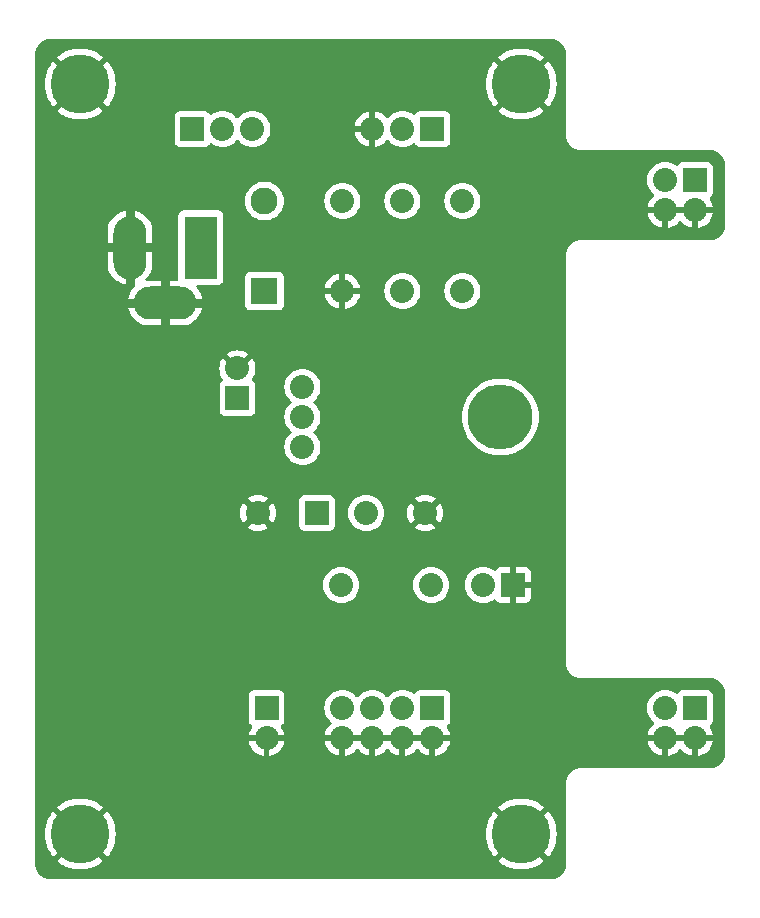
<source format=gbr>
%TF.GenerationSoftware,KiCad,Pcbnew,7.0.2*%
%TF.CreationDate,2023-05-19T11:56:52-04:00*%
%TF.ProjectId,breadboard_psu,62726561-6462-46f6-9172-645f7073752e,A*%
%TF.SameCoordinates,Original*%
%TF.FileFunction,Copper,L2,Bot*%
%TF.FilePolarity,Positive*%
%FSLAX46Y46*%
G04 Gerber Fmt 4.6, Leading zero omitted, Abs format (unit mm)*
G04 Created by KiCad (PCBNEW 7.0.2) date 2023-05-19 11:56:52*
%MOMM*%
%LPD*%
G01*
G04 APERTURE LIST*
G04 Aperture macros list*
%AMRoundRect*
0 Rectangle with rounded corners*
0 $1 Rounding radius*
0 $2 $3 $4 $5 $6 $7 $8 $9 X,Y pos of 4 corners*
0 Add a 4 corners polygon primitive as box body*
4,1,4,$2,$3,$4,$5,$6,$7,$8,$9,$2,$3,0*
0 Add four circle primitives for the rounded corners*
1,1,$1+$1,$2,$3*
1,1,$1+$1,$4,$5*
1,1,$1+$1,$6,$7*
1,1,$1+$1,$8,$9*
0 Add four rect primitives between the rounded corners*
20,1,$1+$1,$2,$3,$4,$5,0*
20,1,$1+$1,$4,$5,$6,$7,0*
20,1,$1+$1,$6,$7,$8,$9,0*
20,1,$1+$1,$8,$9,$2,$3,0*%
G04 Aperture macros list end*
%TA.AperFunction,ComponentPad*%
%ADD10R,2.794000X5.334000*%
%TD*%
%TA.AperFunction,ComponentPad*%
%ADD11RoundRect,1.397000X0.000000X-1.270000X0.000000X-1.270000X0.000000X1.270000X0.000000X1.270000X0*%
%TD*%
%TA.AperFunction,ComponentPad*%
%ADD12RoundRect,1.397000X-1.270000X0.000000X1.270000X0.000000X1.270000X0.000000X-1.270000X0.000000X0*%
%TD*%
%TA.AperFunction,ComponentPad*%
%ADD13R,2.032000X2.032000*%
%TD*%
%TA.AperFunction,ComponentPad*%
%ADD14O,2.032000X2.032000*%
%TD*%
%TA.AperFunction,ComponentPad*%
%ADD15C,2.032000*%
%TD*%
%TA.AperFunction,ComponentPad*%
%ADD16R,2.286000X2.286000*%
%TD*%
%TA.AperFunction,ComponentPad*%
%ADD17O,2.286000X2.286000*%
%TD*%
%TA.AperFunction,HeatsinkPad*%
%ADD18C,5.500000*%
%TD*%
%TA.AperFunction,ConnectorPad*%
%ADD19C,5.000000*%
%TD*%
%TA.AperFunction,ComponentPad*%
%ADD20C,2.900000*%
%TD*%
G04 APERTURE END LIST*
D10*
%TO.P,J1,1*%
%TO.N,Net-(SW1A-B)*%
X106124000Y-77342000D03*
D11*
%TO.P,J1,2*%
%TO.N,GND*%
X100124000Y-77342000D03*
D12*
%TO.P,J1,3,MountPin*%
X103124000Y-82042000D03*
%TD*%
D13*
%TO.P,SW2,1,A*%
%TO.N,unconnected-(SW2A-A-Pad1)*%
X125730000Y-67310000D03*
D14*
%TO.P,SW2,2,B*%
%TO.N,Net-(SW2A-B)*%
X123190000Y-67310000D03*
%TO.P,SW2,3,C*%
%TO.N,GND*%
X120650000Y-67310000D03*
%TD*%
D13*
%TO.P,SW1,1,A*%
%TO.N,unconnected-(SW1A-A-Pad1)*%
X105410000Y-67310000D03*
D14*
%TO.P,SW1,2,B*%
%TO.N,Net-(SW1A-B)*%
X107950000Y-67310000D03*
%TO.P,SW1,3,C*%
%TO.N,Net-(D1-A)*%
X110490000Y-67310000D03*
%TD*%
D13*
%TO.P,J4,1,Pin_1*%
%TO.N,VCC*%
X125730000Y-116332000D03*
D14*
%TO.P,J4,2,Pin_2*%
%TO.N,GND*%
X125730000Y-118872000D03*
%TO.P,J4,3,Pin_3*%
%TO.N,VCC*%
X123190000Y-116332000D03*
%TO.P,J4,4,Pin_4*%
%TO.N,GND*%
X123190000Y-118872000D03*
%TO.P,J4,5,Pin_5*%
%TO.N,VCC*%
X120650000Y-116332000D03*
%TO.P,J4,6,Pin_6*%
%TO.N,GND*%
X120650000Y-118872000D03*
%TO.P,J4,7,Pin_7*%
%TO.N,VCC*%
X118110000Y-116332000D03*
%TO.P,J4,8,Pin_8*%
%TO.N,GND*%
X118110000Y-118872000D03*
%TD*%
D13*
%TO.P,J5,1,Pin_1*%
%TO.N,+7.5V*%
X111683400Y-116352000D03*
D14*
%TO.P,J5,2,Pin_2*%
%TO.N,GND*%
X111683400Y-118892000D03*
%TD*%
D13*
%TO.P,D2,1,K*%
%TO.N,GND*%
X132553400Y-105918000D03*
D15*
%TO.P,D2,2,A*%
%TO.N,Net-(D2-A)*%
X130013400Y-105918000D03*
%TD*%
%TO.P,C2,1*%
%TO.N,VCC*%
X120120400Y-99822000D03*
%TO.P,C2,2*%
%TO.N,GND*%
X125120400Y-99822000D03*
%TD*%
D13*
%TO.P,C1,1*%
%TO.N,VCC*%
X115956400Y-99822000D03*
D15*
%TO.P,C1,2*%
%TO.N,GND*%
X110956400Y-99822000D03*
%TD*%
D13*
%TO.P,C3,1*%
%TO.N,+7.5V*%
X109220000Y-90082380D03*
D15*
%TO.P,C3,2*%
%TO.N,GND*%
X109220000Y-87582380D03*
%TD*%
D13*
%TO.P,J3,1,Pin_1*%
%TO.N,VCC*%
X147980400Y-116332000D03*
D14*
%TO.P,J3,2,Pin_2*%
X145440400Y-116332000D03*
%TO.P,J3,3,Pin_3*%
%TO.N,GND*%
X147980400Y-118872000D03*
%TO.P,J3,4,Pin_4*%
X145440400Y-118872000D03*
%TD*%
D13*
%TO.P,J2,1,Pin_1*%
%TO.N,VCC*%
X147980400Y-71628000D03*
D14*
%TO.P,J2,2,Pin_2*%
X145440400Y-71628000D03*
%TO.P,J2,3,Pin_3*%
%TO.N,GND*%
X147980400Y-74168000D03*
%TO.P,J2,4,Pin_4*%
X145440400Y-74168000D03*
%TD*%
%TO.P,R2,2*%
%TO.N,Net-(U1-ADJ)*%
X128270000Y-81026000D03*
D15*
%TO.P,R2,1*%
%TO.N,VCC*%
X128270000Y-73406000D03*
%TD*%
%TO.P,R1,1*%
%TO.N,VCC*%
X118008400Y-105918000D03*
D14*
%TO.P,R1,2*%
%TO.N,Net-(D2-A)*%
X125628400Y-105918000D03*
%TD*%
%TO.P,R4,2*%
%TO.N,GND*%
X118110000Y-81026000D03*
D15*
%TO.P,R4,1*%
%TO.N,Net-(SW2A-B)*%
X118110000Y-73406000D03*
%TD*%
D14*
%TO.P,R3,2*%
%TO.N,Net-(SW2A-B)*%
X123190000Y-73406000D03*
D15*
%TO.P,R3,1*%
%TO.N,Net-(U1-ADJ)*%
X123190000Y-81026000D03*
%TD*%
D16*
%TO.P,D1,1,K*%
%TO.N,+7.5V*%
X111506000Y-81026000D03*
D17*
%TO.P,D1,2,A*%
%TO.N,Net-(D1-A)*%
X111506000Y-73406000D03*
%TD*%
D15*
%TO.P,U1,1,ADJ*%
%TO.N,Net-(U1-ADJ)*%
X114722000Y-89154000D03*
%TO.P,U1,2,VO*%
%TO.N,VCC*%
X114722000Y-91694000D03*
%TO.P,U1,3,VI*%
%TO.N,+7.5V*%
X114722000Y-94234000D03*
D18*
%TO.P,U1,4,TAB*%
%TO.N,VCC*%
X131486000Y-91694000D03*
%TD*%
D19*
%TO.P,H4,1,1*%
%TO.N,GND*%
X133248400Y-127000000D03*
D20*
X133248400Y-127000000D03*
%TD*%
D19*
%TO.P,H1,1,1*%
%TO.N,GND*%
X95910400Y-63500000D03*
D20*
X95910400Y-63500000D03*
%TD*%
D19*
%TO.P,H3,1,1*%
%TO.N,GND*%
X133248400Y-63500000D03*
D20*
X133248400Y-63500000D03*
%TD*%
D19*
%TO.P,H2,1,1*%
%TO.N,GND*%
X95910400Y-127000000D03*
D20*
X95910400Y-127000000D03*
%TD*%
%TA.AperFunction,Conductor*%
%TO.N,GND*%
G36*
X120097744Y-118757240D02*
G01*
X120087261Y-118910492D01*
X120118514Y-119060890D01*
X120150179Y-119122000D01*
X118614192Y-119122000D01*
X118662256Y-118986760D01*
X118672739Y-118833508D01*
X118641486Y-118683110D01*
X118609821Y-118622000D01*
X120145808Y-118622000D01*
X120097744Y-118757240D01*
G37*
%TD.AperFunction*%
%TA.AperFunction,Conductor*%
G36*
X122637744Y-118757240D02*
G01*
X122627261Y-118910492D01*
X122658514Y-119060890D01*
X122690179Y-119122000D01*
X121154192Y-119122000D01*
X121202256Y-118986760D01*
X121212739Y-118833508D01*
X121181486Y-118683110D01*
X121149821Y-118622000D01*
X122685808Y-118622000D01*
X122637744Y-118757240D01*
G37*
%TD.AperFunction*%
%TA.AperFunction,Conductor*%
G36*
X125177744Y-118757240D02*
G01*
X125167261Y-118910492D01*
X125198514Y-119060890D01*
X125230179Y-119122000D01*
X123694192Y-119122000D01*
X123742256Y-118986760D01*
X123752739Y-118833508D01*
X123721486Y-118683110D01*
X123689821Y-118622000D01*
X125225808Y-118622000D01*
X125177744Y-118757240D01*
G37*
%TD.AperFunction*%
%TA.AperFunction,Conductor*%
G36*
X147428144Y-118757240D02*
G01*
X147417661Y-118910492D01*
X147448914Y-119060890D01*
X147480579Y-119122000D01*
X145944592Y-119122000D01*
X145992656Y-118986760D01*
X146003139Y-118833508D01*
X145971886Y-118683110D01*
X145940221Y-118622000D01*
X147476208Y-118622000D01*
X147428144Y-118757240D01*
G37*
%TD.AperFunction*%
%TA.AperFunction,Conductor*%
G36*
X147428144Y-74053240D02*
G01*
X147417661Y-74206492D01*
X147448914Y-74356890D01*
X147480579Y-74418000D01*
X145944592Y-74418000D01*
X145992656Y-74282760D01*
X146003139Y-74129508D01*
X145971886Y-73979110D01*
X145940221Y-73918000D01*
X147476208Y-73918000D01*
X147428144Y-74053240D01*
G37*
%TD.AperFunction*%
%TA.AperFunction,Conductor*%
G36*
X135793253Y-59690881D02*
G01*
X135845401Y-59694986D01*
X135985983Y-59707286D01*
X136004105Y-59710238D01*
X136082876Y-59729149D01*
X136085877Y-59729910D01*
X136191193Y-59758130D01*
X136206550Y-59763343D01*
X136234851Y-59775065D01*
X136286896Y-59796622D01*
X136291776Y-59798770D01*
X136385188Y-59842329D01*
X136397535Y-59848963D01*
X136473563Y-59895553D01*
X136479877Y-59899694D01*
X136562566Y-59957594D01*
X136571951Y-59964860D01*
X136640375Y-60023299D01*
X136647524Y-60029908D01*
X136718490Y-60100874D01*
X136725099Y-60108023D01*
X136783535Y-60176442D01*
X136790814Y-60185844D01*
X136848699Y-60268513D01*
X136852851Y-60274845D01*
X136899428Y-60350852D01*
X136906080Y-60363231D01*
X136949608Y-60456577D01*
X136951788Y-60461531D01*
X136985055Y-60541848D01*
X136990268Y-60557205D01*
X137018467Y-60662442D01*
X137019266Y-60665589D01*
X137038160Y-60744290D01*
X137041114Y-60762429D01*
X137053420Y-60903082D01*
X137057519Y-60955166D01*
X137057900Y-60964871D01*
X137057900Y-67761247D01*
X137054459Y-67772965D01*
X137057428Y-67806898D01*
X137057900Y-67817706D01*
X137057900Y-67917994D01*
X137071593Y-68004452D01*
X137070606Y-68012085D01*
X137074295Y-68025852D01*
X137076993Y-68038546D01*
X137089182Y-68115508D01*
X137121979Y-68216443D01*
X137122223Y-68224990D01*
X137127370Y-68236028D01*
X137132916Y-68250108D01*
X137140282Y-68272775D01*
X137142128Y-68279005D01*
X137151042Y-68312273D01*
X137162933Y-68329160D01*
X137205942Y-68413569D01*
X137207775Y-68423334D01*
X137214339Y-68432707D01*
X137223244Y-68447526D01*
X137241771Y-68483887D01*
X137241773Y-68483890D01*
X137246202Y-68492582D01*
X137246190Y-68492587D01*
X137250105Y-68499234D01*
X137251282Y-68501759D01*
X137264739Y-68515500D01*
X137321000Y-68592936D01*
X137324816Y-68603632D01*
X137332375Y-68611191D01*
X137345012Y-68625987D01*
X137359316Y-68645675D01*
X137365465Y-68651824D01*
X137379359Y-68668382D01*
X137381889Y-68671996D01*
X137396080Y-68682439D01*
X137463959Y-68750318D01*
X137470039Y-68761454D01*
X137478016Y-68767039D01*
X137494574Y-68780933D01*
X137500723Y-68787082D01*
X137520412Y-68801387D01*
X137535208Y-68814024D01*
X137539374Y-68818190D01*
X137553462Y-68825399D01*
X137630891Y-68881654D01*
X137639379Y-68892661D01*
X137647160Y-68896290D01*
X137653813Y-68900209D01*
X137653819Y-68900199D01*
X137698868Y-68923153D01*
X137713694Y-68932061D01*
X137719601Y-68936197D01*
X137732823Y-68940454D01*
X137817238Y-68983466D01*
X137828125Y-68993748D01*
X137867373Y-69004265D01*
X137873598Y-69006109D01*
X137896290Y-69013482D01*
X137910377Y-69019031D01*
X137918086Y-69022625D01*
X137929954Y-69024420D01*
X138030886Y-69057215D01*
X138030887Y-69057215D01*
X138030890Y-69057216D01*
X138107880Y-69069410D01*
X138120560Y-69072106D01*
X138131093Y-69074928D01*
X138141948Y-69074806D01*
X138228407Y-69088500D01*
X138228409Y-69088500D01*
X138328301Y-69088500D01*
X138328704Y-69088500D01*
X138339512Y-69088972D01*
X138368110Y-69091474D01*
X138385151Y-69088500D01*
X149245526Y-69088500D01*
X149255253Y-69088881D01*
X149307401Y-69092986D01*
X149447983Y-69105286D01*
X149466105Y-69108238D01*
X149544876Y-69127149D01*
X149547877Y-69127910D01*
X149653193Y-69156130D01*
X149668550Y-69161343D01*
X149696851Y-69173065D01*
X149748896Y-69194622D01*
X149753776Y-69196770D01*
X149847188Y-69240329D01*
X149859535Y-69246963D01*
X149935563Y-69293553D01*
X149941877Y-69297694D01*
X150024566Y-69355594D01*
X150033951Y-69362860D01*
X150102375Y-69421299D01*
X150109524Y-69427908D01*
X150180490Y-69498874D01*
X150187099Y-69506023D01*
X150245535Y-69574442D01*
X150252814Y-69583844D01*
X150310699Y-69666513D01*
X150314851Y-69672845D01*
X150361428Y-69748852D01*
X150368080Y-69761231D01*
X150411608Y-69854577D01*
X150413788Y-69859531D01*
X150447055Y-69939848D01*
X150452268Y-69955205D01*
X150480467Y-70060442D01*
X150481266Y-70063589D01*
X150500160Y-70142290D01*
X150503114Y-70160429D01*
X150515420Y-70301082D01*
X150519519Y-70353166D01*
X150519900Y-70362871D01*
X150519900Y-75433123D01*
X150519518Y-75442853D01*
X150515420Y-75494916D01*
X150503114Y-75635571D01*
X150500160Y-75653705D01*
X150481266Y-75732408D01*
X150480467Y-75735556D01*
X150452268Y-75840793D01*
X150447055Y-75856150D01*
X150413788Y-75936467D01*
X150411608Y-75941421D01*
X150368080Y-76034767D01*
X150361425Y-76047153D01*
X150314851Y-76123153D01*
X150310699Y-76129485D01*
X150252814Y-76212154D01*
X150245529Y-76221563D01*
X150187099Y-76289975D01*
X150180490Y-76297124D01*
X150109524Y-76368090D01*
X150102375Y-76374699D01*
X150033963Y-76433129D01*
X150024554Y-76440414D01*
X149941885Y-76498299D01*
X149935553Y-76502451D01*
X149859553Y-76549025D01*
X149847167Y-76555680D01*
X149753821Y-76599208D01*
X149748867Y-76601388D01*
X149668550Y-76634655D01*
X149653193Y-76639868D01*
X149547956Y-76668067D01*
X149544809Y-76668866D01*
X149466108Y-76687760D01*
X149447969Y-76690714D01*
X149307317Y-76703020D01*
X149284106Y-76704847D01*
X149255233Y-76707119D01*
X149245529Y-76707500D01*
X138385152Y-76707500D01*
X138373433Y-76704059D01*
X138339501Y-76707028D01*
X138328693Y-76707500D01*
X138328400Y-76707500D01*
X138228409Y-76707500D01*
X138182605Y-76714754D01*
X138141946Y-76721194D01*
X138134311Y-76720207D01*
X138120543Y-76723896D01*
X138107852Y-76726593D01*
X138030890Y-76738783D01*
X137929955Y-76771579D01*
X137921409Y-76771823D01*
X137910367Y-76776972D01*
X137896285Y-76782518D01*
X137873622Y-76789882D01*
X137867397Y-76791727D01*
X137834129Y-76800641D01*
X137817239Y-76812532D01*
X137732830Y-76855542D01*
X137723064Y-76857376D01*
X137713686Y-76863943D01*
X137698860Y-76872851D01*
X137653819Y-76895801D01*
X137653813Y-76895790D01*
X137647166Y-76899705D01*
X137644640Y-76900882D01*
X137630893Y-76914343D01*
X137553462Y-76970600D01*
X137542765Y-76974416D01*
X137535200Y-76981982D01*
X137520407Y-76994616D01*
X137500725Y-77008916D01*
X137494576Y-77015065D01*
X137478023Y-77028954D01*
X137474407Y-77031485D01*
X137463960Y-77045680D01*
X137396080Y-77113560D01*
X137384943Y-77119641D01*
X137379354Y-77127623D01*
X137365465Y-77144176D01*
X137359316Y-77150325D01*
X137345016Y-77170007D01*
X137332382Y-77184800D01*
X137328212Y-77188969D01*
X137321000Y-77203062D01*
X137264743Y-77280493D01*
X137253735Y-77288981D01*
X137250105Y-77296766D01*
X137246190Y-77303413D01*
X137246201Y-77303419D01*
X137223251Y-77348460D01*
X137214343Y-77363286D01*
X137210203Y-77369197D01*
X137205942Y-77382430D01*
X137162932Y-77466839D01*
X137152650Y-77477725D01*
X137142127Y-77516997D01*
X137140282Y-77523222D01*
X137132918Y-77545885D01*
X137127372Y-77559967D01*
X137123775Y-77567680D01*
X137121979Y-77579555D01*
X137089183Y-77680490D01*
X137076993Y-77757452D01*
X137074296Y-77770143D01*
X137071470Y-77780687D01*
X137071594Y-77791546D01*
X137057900Y-77878011D01*
X137057900Y-77978287D01*
X137057428Y-77989095D01*
X137054924Y-78017708D01*
X137057900Y-78034756D01*
X137057900Y-112465247D01*
X137054459Y-112476965D01*
X137057428Y-112510898D01*
X137057900Y-112521706D01*
X137057900Y-112621994D01*
X137071593Y-112708452D01*
X137070606Y-112716085D01*
X137074295Y-112729852D01*
X137076993Y-112742546D01*
X137089182Y-112819508D01*
X137121979Y-112920443D01*
X137122223Y-112928990D01*
X137127370Y-112940028D01*
X137132916Y-112954108D01*
X137140282Y-112976775D01*
X137142128Y-112983005D01*
X137151042Y-113016273D01*
X137162933Y-113033160D01*
X137205942Y-113117569D01*
X137207775Y-113127334D01*
X137214339Y-113136707D01*
X137223244Y-113151526D01*
X137241771Y-113187887D01*
X137241773Y-113187890D01*
X137246202Y-113196582D01*
X137246190Y-113196587D01*
X137250105Y-113203234D01*
X137251282Y-113205759D01*
X137264739Y-113219500D01*
X137300117Y-113268193D01*
X137321000Y-113296936D01*
X137324816Y-113307632D01*
X137332375Y-113315191D01*
X137345012Y-113329987D01*
X137359316Y-113349675D01*
X137365465Y-113355824D01*
X137379359Y-113372382D01*
X137381889Y-113375996D01*
X137396080Y-113386439D01*
X137463959Y-113454318D01*
X137470039Y-113465454D01*
X137478016Y-113471039D01*
X137494574Y-113484933D01*
X137500723Y-113491082D01*
X137520412Y-113505387D01*
X137535208Y-113518024D01*
X137539374Y-113522190D01*
X137553462Y-113529399D01*
X137630891Y-113585654D01*
X137639379Y-113596661D01*
X137647160Y-113600290D01*
X137653813Y-113604209D01*
X137653819Y-113604199D01*
X137698868Y-113627153D01*
X137713694Y-113636061D01*
X137719601Y-113640197D01*
X137732823Y-113644454D01*
X137817238Y-113687466D01*
X137828125Y-113697748D01*
X137867373Y-113708265D01*
X137873598Y-113710109D01*
X137896290Y-113717482D01*
X137910377Y-113723031D01*
X137918086Y-113726625D01*
X137929954Y-113728420D01*
X138030886Y-113761215D01*
X138030887Y-113761215D01*
X138030890Y-113761216D01*
X138107880Y-113773410D01*
X138120560Y-113776106D01*
X138131093Y-113778928D01*
X138141948Y-113778806D01*
X138228407Y-113792500D01*
X138228409Y-113792500D01*
X138328301Y-113792500D01*
X138328704Y-113792500D01*
X138339512Y-113792972D01*
X138368110Y-113795474D01*
X138385151Y-113792500D01*
X149245526Y-113792500D01*
X149255253Y-113792881D01*
X149307401Y-113796986D01*
X149447983Y-113809286D01*
X149466105Y-113812238D01*
X149544876Y-113831149D01*
X149547877Y-113831910D01*
X149653193Y-113860130D01*
X149668550Y-113865343D01*
X149696851Y-113877065D01*
X149748896Y-113898622D01*
X149753776Y-113900770D01*
X149847188Y-113944329D01*
X149859535Y-113950963D01*
X149935563Y-113997553D01*
X149941877Y-114001694D01*
X150024566Y-114059594D01*
X150033951Y-114066860D01*
X150102375Y-114125299D01*
X150109524Y-114131908D01*
X150180490Y-114202874D01*
X150187099Y-114210023D01*
X150245535Y-114278442D01*
X150252814Y-114287844D01*
X150310699Y-114370513D01*
X150314851Y-114376845D01*
X150361428Y-114452852D01*
X150368080Y-114465231D01*
X150411608Y-114558577D01*
X150413788Y-114563531D01*
X150447055Y-114643848D01*
X150452268Y-114659205D01*
X150480467Y-114764442D01*
X150481266Y-114767589D01*
X150500160Y-114846290D01*
X150503114Y-114864429D01*
X150515420Y-115005082D01*
X150519519Y-115057166D01*
X150519900Y-115066871D01*
X150519900Y-120137123D01*
X150519518Y-120146853D01*
X150515420Y-120198916D01*
X150503114Y-120339571D01*
X150500160Y-120357705D01*
X150481266Y-120436408D01*
X150480467Y-120439556D01*
X150452268Y-120544793D01*
X150447055Y-120560150D01*
X150413788Y-120640467D01*
X150411608Y-120645421D01*
X150368080Y-120738767D01*
X150361425Y-120751153D01*
X150314851Y-120827153D01*
X150310699Y-120833485D01*
X150252814Y-120916154D01*
X150245529Y-120925563D01*
X150187099Y-120993975D01*
X150180490Y-121001124D01*
X150109524Y-121072090D01*
X150102375Y-121078699D01*
X150033963Y-121137129D01*
X150024554Y-121144414D01*
X149941885Y-121202299D01*
X149935553Y-121206451D01*
X149859553Y-121253025D01*
X149847167Y-121259680D01*
X149753821Y-121303208D01*
X149748867Y-121305388D01*
X149668550Y-121338655D01*
X149653193Y-121343868D01*
X149547956Y-121372067D01*
X149544809Y-121372866D01*
X149466108Y-121391760D01*
X149447969Y-121394714D01*
X149307317Y-121407020D01*
X149284106Y-121408847D01*
X149255233Y-121411119D01*
X149245529Y-121411500D01*
X138385152Y-121411500D01*
X138373433Y-121408059D01*
X138339501Y-121411028D01*
X138328693Y-121411500D01*
X138328400Y-121411500D01*
X138228409Y-121411500D01*
X138182605Y-121418754D01*
X138141946Y-121425194D01*
X138134311Y-121424207D01*
X138120543Y-121427896D01*
X138107852Y-121430593D01*
X138030890Y-121442783D01*
X137929955Y-121475579D01*
X137921409Y-121475823D01*
X137910367Y-121480972D01*
X137896285Y-121486518D01*
X137873622Y-121493882D01*
X137867397Y-121495727D01*
X137834129Y-121504641D01*
X137817239Y-121516532D01*
X137732830Y-121559542D01*
X137723064Y-121561376D01*
X137713686Y-121567943D01*
X137698860Y-121576851D01*
X137653819Y-121599801D01*
X137653813Y-121599790D01*
X137647166Y-121603705D01*
X137644640Y-121604882D01*
X137630893Y-121618343D01*
X137553462Y-121674600D01*
X137542765Y-121678416D01*
X137535200Y-121685982D01*
X137520407Y-121698616D01*
X137500725Y-121712916D01*
X137494576Y-121719065D01*
X137478023Y-121732954D01*
X137474407Y-121735485D01*
X137463960Y-121749680D01*
X137396080Y-121817560D01*
X137384943Y-121823641D01*
X137379354Y-121831623D01*
X137365465Y-121848176D01*
X137359316Y-121854325D01*
X137345016Y-121874007D01*
X137332382Y-121888800D01*
X137328212Y-121892969D01*
X137321000Y-121907062D01*
X137264743Y-121984493D01*
X137253735Y-121992981D01*
X137250105Y-122000766D01*
X137246190Y-122007413D01*
X137246201Y-122007419D01*
X137223251Y-122052460D01*
X137214343Y-122067286D01*
X137210203Y-122073197D01*
X137205942Y-122086430D01*
X137162932Y-122170839D01*
X137152650Y-122181725D01*
X137142127Y-122220997D01*
X137140282Y-122227222D01*
X137132918Y-122249885D01*
X137127372Y-122263967D01*
X137123775Y-122271680D01*
X137121979Y-122283555D01*
X137089183Y-122384490D01*
X137076993Y-122461452D01*
X137074296Y-122474143D01*
X137071470Y-122484687D01*
X137071594Y-122495546D01*
X137057900Y-122582011D01*
X137057900Y-122682287D01*
X137057428Y-122693095D01*
X137054924Y-122721708D01*
X137057900Y-122738756D01*
X137057900Y-129535123D01*
X137057518Y-129544853D01*
X137053420Y-129596916D01*
X137041114Y-129737571D01*
X137038160Y-129755705D01*
X137019266Y-129834408D01*
X137018467Y-129837556D01*
X136990268Y-129942793D01*
X136985055Y-129958150D01*
X136951788Y-130038467D01*
X136949608Y-130043421D01*
X136906080Y-130136767D01*
X136899425Y-130149153D01*
X136852851Y-130225153D01*
X136848699Y-130231485D01*
X136790814Y-130314154D01*
X136783529Y-130323563D01*
X136725099Y-130391975D01*
X136718490Y-130399124D01*
X136647524Y-130470090D01*
X136640375Y-130476699D01*
X136571963Y-130535129D01*
X136562554Y-130542414D01*
X136479885Y-130600299D01*
X136473553Y-130604451D01*
X136397553Y-130651025D01*
X136385167Y-130657680D01*
X136291821Y-130701208D01*
X136286867Y-130703388D01*
X136206550Y-130736655D01*
X136191193Y-130741868D01*
X136085956Y-130770067D01*
X136082809Y-130770866D01*
X136004108Y-130789760D01*
X135985969Y-130792714D01*
X135845317Y-130805020D01*
X135822106Y-130806847D01*
X135793233Y-130809119D01*
X135783529Y-130809500D01*
X93375277Y-130809500D01*
X93365547Y-130809118D01*
X93313483Y-130805020D01*
X93172827Y-130792714D01*
X93154693Y-130789760D01*
X93075990Y-130770866D01*
X93072842Y-130770067D01*
X92967605Y-130741868D01*
X92952248Y-130736655D01*
X92871931Y-130703388D01*
X92866977Y-130701208D01*
X92773624Y-130657676D01*
X92761252Y-130651028D01*
X92713954Y-130622044D01*
X92685245Y-130604451D01*
X92678913Y-130600299D01*
X92644024Y-130575869D01*
X92596239Y-130542410D01*
X92586842Y-130535135D01*
X92518423Y-130476699D01*
X92511274Y-130470090D01*
X92440308Y-130399124D01*
X92433699Y-130391975D01*
X92412945Y-130367675D01*
X92375260Y-130323551D01*
X92367994Y-130314166D01*
X92310094Y-130231477D01*
X92305947Y-130225153D01*
X92259363Y-130149135D01*
X92252729Y-130136788D01*
X92209170Y-130043376D01*
X92207022Y-130038496D01*
X92173743Y-129958150D01*
X92168530Y-129942793D01*
X92151616Y-129879670D01*
X92140310Y-129837476D01*
X92139553Y-129834494D01*
X92120636Y-129755698D01*
X92117685Y-129737579D01*
X92105379Y-129596916D01*
X92101280Y-129544833D01*
X92100900Y-129535131D01*
X92100900Y-127003605D01*
X92905526Y-127003605D01*
X92925424Y-127345255D01*
X92926263Y-127352434D01*
X92985690Y-127689462D01*
X92987352Y-127696475D01*
X93085513Y-128024353D01*
X93087970Y-128031102D01*
X93223530Y-128345368D01*
X93226763Y-128351804D01*
X93397880Y-128648189D01*
X93401848Y-128654221D01*
X93606216Y-128928735D01*
X93610848Y-128934256D01*
X93616548Y-128940297D01*
X93616548Y-128940298D01*
X94864065Y-127692781D01*
X95003255Y-127867320D01*
X95172699Y-128015358D01*
X95220208Y-128043743D01*
X93973217Y-129290733D01*
X93973218Y-129290734D01*
X94113115Y-129408122D01*
X94118902Y-129412430D01*
X94404841Y-129600494D01*
X94411091Y-129604102D01*
X94716909Y-129757691D01*
X94723548Y-129760554D01*
X95045142Y-129877605D01*
X95052039Y-129879670D01*
X95385066Y-129958599D01*
X95392150Y-129959848D01*
X95732099Y-129999582D01*
X95739268Y-130000000D01*
X96081532Y-130000000D01*
X96088700Y-129999582D01*
X96428649Y-129959848D01*
X96435733Y-129958599D01*
X96768760Y-129879670D01*
X96775657Y-129877605D01*
X97097251Y-129760554D01*
X97103890Y-129757691D01*
X97409708Y-129604102D01*
X97415958Y-129600494D01*
X97701909Y-129412422D01*
X97707668Y-129408135D01*
X97847580Y-129290734D01*
X97847581Y-129290733D01*
X96600525Y-128043678D01*
X96736147Y-127945144D01*
X96891639Y-127782512D01*
X96953201Y-127689249D01*
X98204251Y-128940298D01*
X98209945Y-128934262D01*
X98214583Y-128928735D01*
X98418951Y-128654221D01*
X98422919Y-128648189D01*
X98594036Y-128351804D01*
X98597269Y-128345368D01*
X98732829Y-128031102D01*
X98735286Y-128024353D01*
X98833447Y-127696475D01*
X98835109Y-127689462D01*
X98894536Y-127352434D01*
X98895375Y-127345255D01*
X98915274Y-127003605D01*
X130243526Y-127003605D01*
X130263424Y-127345255D01*
X130264263Y-127352434D01*
X130323690Y-127689462D01*
X130325352Y-127696475D01*
X130423513Y-128024353D01*
X130425970Y-128031102D01*
X130561530Y-128345368D01*
X130564763Y-128351804D01*
X130735880Y-128648189D01*
X130739848Y-128654221D01*
X130944216Y-128928735D01*
X130948848Y-128934256D01*
X130954548Y-128940297D01*
X130954549Y-128940298D01*
X132202065Y-127692781D01*
X132341255Y-127867320D01*
X132510699Y-128015358D01*
X132558208Y-128043743D01*
X131311217Y-129290733D01*
X131311218Y-129290734D01*
X131451115Y-129408122D01*
X131456902Y-129412430D01*
X131742841Y-129600494D01*
X131749091Y-129604102D01*
X132054909Y-129757691D01*
X132061548Y-129760554D01*
X132383142Y-129877605D01*
X132390039Y-129879670D01*
X132723066Y-129958599D01*
X132730150Y-129959848D01*
X133070099Y-129999582D01*
X133077268Y-130000000D01*
X133419532Y-130000000D01*
X133426700Y-129999582D01*
X133766649Y-129959848D01*
X133773733Y-129958599D01*
X134106760Y-129879670D01*
X134113657Y-129877605D01*
X134435251Y-129760554D01*
X134441890Y-129757691D01*
X134747708Y-129604102D01*
X134753958Y-129600494D01*
X135039909Y-129412422D01*
X135045668Y-129408135D01*
X135185580Y-129290734D01*
X135185581Y-129290733D01*
X133938525Y-128043678D01*
X134074147Y-127945144D01*
X134229639Y-127782512D01*
X134291201Y-127689248D01*
X135542251Y-128940298D01*
X135547945Y-128934262D01*
X135552583Y-128928735D01*
X135756951Y-128654221D01*
X135760919Y-128648189D01*
X135932036Y-128351804D01*
X135935269Y-128345368D01*
X136070829Y-128031102D01*
X136073286Y-128024353D01*
X136171447Y-127696475D01*
X136173109Y-127689462D01*
X136232536Y-127352434D01*
X136233375Y-127345255D01*
X136253274Y-127003605D01*
X136253274Y-126996394D01*
X136233375Y-126654744D01*
X136232536Y-126647565D01*
X136173109Y-126310537D01*
X136171447Y-126303524D01*
X136073286Y-125975646D01*
X136070829Y-125968897D01*
X135935269Y-125654631D01*
X135932036Y-125648195D01*
X135760919Y-125351810D01*
X135756951Y-125345778D01*
X135552583Y-125071264D01*
X135547951Y-125065743D01*
X135542250Y-125059701D01*
X135542250Y-125059700D01*
X134294733Y-126307217D01*
X134155545Y-126132680D01*
X133986101Y-125984642D01*
X133938591Y-125956255D01*
X135185580Y-124709265D01*
X135045660Y-124591858D01*
X135039907Y-124587575D01*
X134753958Y-124399505D01*
X134747708Y-124395897D01*
X134441890Y-124242308D01*
X134435251Y-124239445D01*
X134113657Y-124122394D01*
X134106760Y-124120329D01*
X133773733Y-124041400D01*
X133766649Y-124040151D01*
X133426700Y-124000417D01*
X133419532Y-124000000D01*
X133077268Y-124000000D01*
X133070099Y-124000417D01*
X132730150Y-124040151D01*
X132723066Y-124041400D01*
X132390039Y-124120329D01*
X132383142Y-124122394D01*
X132061548Y-124239445D01*
X132054909Y-124242308D01*
X131749091Y-124395897D01*
X131742841Y-124399505D01*
X131456892Y-124587575D01*
X131451130Y-124591865D01*
X131311217Y-124709264D01*
X132558274Y-125956321D01*
X132422653Y-126054856D01*
X132267161Y-126217488D01*
X132205598Y-126310751D01*
X130954548Y-125059701D01*
X130954547Y-125059701D01*
X130948842Y-125065749D01*
X130944220Y-125071258D01*
X130739848Y-125345778D01*
X130735880Y-125351810D01*
X130564763Y-125648195D01*
X130561530Y-125654631D01*
X130425970Y-125968897D01*
X130423513Y-125975646D01*
X130325352Y-126303524D01*
X130323690Y-126310537D01*
X130264263Y-126647565D01*
X130263424Y-126654744D01*
X130243526Y-126996394D01*
X130243526Y-127003605D01*
X98915274Y-127003605D01*
X98915274Y-126996394D01*
X98895375Y-126654744D01*
X98894536Y-126647565D01*
X98835109Y-126310537D01*
X98833447Y-126303524D01*
X98735286Y-125975646D01*
X98732829Y-125968897D01*
X98597269Y-125654631D01*
X98594036Y-125648195D01*
X98422919Y-125351810D01*
X98418951Y-125345778D01*
X98214583Y-125071264D01*
X98209951Y-125065743D01*
X98204250Y-125059701D01*
X98204250Y-125059700D01*
X96956733Y-126307217D01*
X96817545Y-126132680D01*
X96648101Y-125984642D01*
X96600590Y-125956255D01*
X97847580Y-124709266D01*
X97707660Y-124591858D01*
X97701907Y-124587575D01*
X97415958Y-124399505D01*
X97409708Y-124395897D01*
X97103890Y-124242308D01*
X97097251Y-124239445D01*
X96775657Y-124122394D01*
X96768760Y-124120329D01*
X96435733Y-124041400D01*
X96428649Y-124040151D01*
X96088700Y-124000417D01*
X96081532Y-124000000D01*
X95739268Y-124000000D01*
X95732099Y-124000417D01*
X95392150Y-124040151D01*
X95385066Y-124041400D01*
X95052039Y-124120329D01*
X95045142Y-124122394D01*
X94723548Y-124239445D01*
X94716909Y-124242308D01*
X94411091Y-124395897D01*
X94404841Y-124399505D01*
X94118892Y-124587575D01*
X94113130Y-124591865D01*
X93973217Y-124709264D01*
X93973217Y-124709265D01*
X95220273Y-125956322D01*
X95084653Y-126054856D01*
X94929161Y-126217488D01*
X94867598Y-126310750D01*
X93616548Y-125059701D01*
X93616547Y-125059701D01*
X93610842Y-125065749D01*
X93606220Y-125071258D01*
X93401848Y-125345778D01*
X93397880Y-125351810D01*
X93226763Y-125648195D01*
X93223530Y-125654631D01*
X93087970Y-125968897D01*
X93085513Y-125975646D01*
X92987352Y-126303524D01*
X92985690Y-126310537D01*
X92926263Y-126647565D01*
X92925424Y-126654744D01*
X92905526Y-126996394D01*
X92905526Y-127003605D01*
X92100900Y-127003605D01*
X92100900Y-117412578D01*
X110166900Y-117412578D01*
X110166901Y-117415872D01*
X110167253Y-117419152D01*
X110167254Y-117419159D01*
X110171159Y-117455483D01*
X110173309Y-117475483D01*
X110223604Y-117610331D01*
X110309854Y-117725546D01*
X110425069Y-117811796D01*
X110425070Y-117811796D01*
X110433424Y-117818050D01*
X110475296Y-117873983D01*
X110480280Y-117943675D01*
X110457579Y-117989438D01*
X110458237Y-117989841D01*
X110453738Y-117997182D01*
X110453413Y-117997838D01*
X110453141Y-117998155D01*
X110328458Y-118201620D01*
X110237139Y-118422081D01*
X110184342Y-118641999D01*
X110184342Y-118642000D01*
X111179208Y-118642000D01*
X111131144Y-118777240D01*
X111120661Y-118930492D01*
X111151914Y-119080890D01*
X111183579Y-119142000D01*
X110184342Y-119142000D01*
X110237139Y-119361918D01*
X110328458Y-119582379D01*
X110453137Y-119785836D01*
X110608111Y-119967288D01*
X110789563Y-120122262D01*
X110993020Y-120246941D01*
X111213481Y-120338260D01*
X111433399Y-120391057D01*
X111433400Y-120391057D01*
X111433400Y-119393983D01*
X111458680Y-119409357D01*
X111606595Y-119450800D01*
X111721625Y-119450800D01*
X111835580Y-119435137D01*
X111933400Y-119392648D01*
X111933400Y-120391057D01*
X112153318Y-120338260D01*
X112373779Y-120246941D01*
X112577236Y-120122262D01*
X112758688Y-119967288D01*
X112913662Y-119785836D01*
X113038341Y-119582379D01*
X113129660Y-119361918D01*
X113182458Y-119142000D01*
X112187592Y-119142000D01*
X112235656Y-119006760D01*
X112246139Y-118853508D01*
X112214886Y-118703110D01*
X112183221Y-118642000D01*
X113182458Y-118642000D01*
X113182457Y-118641999D01*
X113129660Y-118422081D01*
X113038341Y-118201620D01*
X112913663Y-117998163D01*
X112913397Y-117997852D01*
X112913192Y-117997395D01*
X112908563Y-117989841D01*
X112909539Y-117989242D01*
X112884825Y-117934092D01*
X112895260Y-117865006D01*
X112933374Y-117818051D01*
X112941728Y-117811797D01*
X112941731Y-117811796D01*
X113056946Y-117725546D01*
X113143196Y-117610331D01*
X113193491Y-117475483D01*
X113199900Y-117415873D01*
X113199899Y-116332000D01*
X116588811Y-116332000D01*
X116607539Y-116569967D01*
X116663262Y-116802073D01*
X116754609Y-117022601D01*
X116879334Y-117226135D01*
X116940873Y-117298188D01*
X117034357Y-117407643D01*
X117151905Y-117508039D01*
X117190098Y-117566545D01*
X117190596Y-117636413D01*
X117153243Y-117695459D01*
X117151905Y-117696618D01*
X117034711Y-117796711D01*
X116879737Y-117978163D01*
X116755058Y-118181620D01*
X116663739Y-118402081D01*
X116610942Y-118621999D01*
X116610942Y-118622000D01*
X117605808Y-118622000D01*
X117557744Y-118757240D01*
X117547261Y-118910492D01*
X117578514Y-119060890D01*
X117610179Y-119122000D01*
X116610942Y-119122000D01*
X116663739Y-119341918D01*
X116755058Y-119562379D01*
X116879737Y-119765836D01*
X117034711Y-119947288D01*
X117216163Y-120102262D01*
X117419620Y-120226941D01*
X117640081Y-120318260D01*
X117859999Y-120371057D01*
X117860000Y-120371057D01*
X117860000Y-119373983D01*
X117885280Y-119389357D01*
X118033195Y-119430800D01*
X118148225Y-119430800D01*
X118262180Y-119415137D01*
X118360000Y-119372648D01*
X118360000Y-120371057D01*
X118579918Y-120318260D01*
X118800379Y-120226941D01*
X119003836Y-120102262D01*
X119185287Y-119947289D01*
X119285708Y-119829711D01*
X119344215Y-119791518D01*
X119414083Y-119791018D01*
X119473129Y-119828372D01*
X119474289Y-119829710D01*
X119574711Y-119947288D01*
X119756163Y-120102262D01*
X119959620Y-120226941D01*
X120180081Y-120318260D01*
X120399998Y-120371057D01*
X120399999Y-120371057D01*
X120399999Y-119373983D01*
X120425280Y-119389357D01*
X120573195Y-119430800D01*
X120688225Y-119430800D01*
X120802180Y-119415137D01*
X120900000Y-119372648D01*
X120900000Y-120371057D01*
X121119918Y-120318260D01*
X121340379Y-120226941D01*
X121543836Y-120102262D01*
X121725291Y-119947285D01*
X121825710Y-119829711D01*
X121884216Y-119791517D01*
X121954084Y-119791018D01*
X122013131Y-119828372D01*
X122014290Y-119829711D01*
X122114708Y-119947285D01*
X122296163Y-120102262D01*
X122499620Y-120226941D01*
X122720081Y-120318260D01*
X122939999Y-120371057D01*
X122940000Y-120371057D01*
X122940000Y-119373983D01*
X122965280Y-119389357D01*
X123113195Y-119430800D01*
X123228225Y-119430800D01*
X123342180Y-119415137D01*
X123440000Y-119372648D01*
X123440000Y-120371057D01*
X123659918Y-120318260D01*
X123880379Y-120226941D01*
X124083836Y-120102262D01*
X124265291Y-119947285D01*
X124365710Y-119829711D01*
X124424216Y-119791517D01*
X124494084Y-119791018D01*
X124553131Y-119828372D01*
X124554290Y-119829711D01*
X124654708Y-119947285D01*
X124836163Y-120102262D01*
X125039620Y-120226941D01*
X125260081Y-120318260D01*
X125479999Y-120371057D01*
X125480000Y-120371057D01*
X125480000Y-119373983D01*
X125505280Y-119389357D01*
X125653195Y-119430800D01*
X125768225Y-119430800D01*
X125882180Y-119415137D01*
X125979999Y-119372648D01*
X125980000Y-120371057D01*
X126199918Y-120318260D01*
X126420379Y-120226941D01*
X126623836Y-120102262D01*
X126805288Y-119947288D01*
X126960262Y-119765836D01*
X127084941Y-119562379D01*
X127176260Y-119341918D01*
X127229058Y-119122000D01*
X126234192Y-119122000D01*
X126282256Y-118986760D01*
X126292739Y-118833508D01*
X126261486Y-118683110D01*
X126229821Y-118622000D01*
X127229058Y-118622000D01*
X127229057Y-118621999D01*
X127176260Y-118402081D01*
X127084941Y-118181620D01*
X126960263Y-117978163D01*
X126959997Y-117977852D01*
X126959792Y-117977395D01*
X126955163Y-117969841D01*
X126956139Y-117969242D01*
X126931425Y-117914092D01*
X126941860Y-117845006D01*
X126979974Y-117798051D01*
X126988328Y-117791797D01*
X126988331Y-117791796D01*
X127103546Y-117705546D01*
X127189796Y-117590331D01*
X127240091Y-117455483D01*
X127246500Y-117395873D01*
X127246499Y-116331999D01*
X143919211Y-116331999D01*
X143937939Y-116569967D01*
X143993662Y-116802073D01*
X144085009Y-117022601D01*
X144209734Y-117226135D01*
X144271273Y-117298188D01*
X144364757Y-117407643D01*
X144482305Y-117508039D01*
X144520498Y-117566545D01*
X144520996Y-117636413D01*
X144483643Y-117695459D01*
X144482305Y-117696618D01*
X144365111Y-117796711D01*
X144210137Y-117978163D01*
X144085458Y-118181620D01*
X143994139Y-118402081D01*
X143941342Y-118621999D01*
X143941342Y-118622000D01*
X144936208Y-118622000D01*
X144888144Y-118757240D01*
X144877661Y-118910492D01*
X144908914Y-119060890D01*
X144940579Y-119122000D01*
X143941342Y-119122000D01*
X143994139Y-119341918D01*
X144085458Y-119562379D01*
X144210137Y-119765836D01*
X144365111Y-119947288D01*
X144546563Y-120102262D01*
X144750020Y-120226941D01*
X144970481Y-120318260D01*
X145190399Y-120371057D01*
X145190400Y-120371057D01*
X145190400Y-119373983D01*
X145215680Y-119389357D01*
X145363595Y-119430800D01*
X145478625Y-119430800D01*
X145592580Y-119415137D01*
X145690400Y-119372648D01*
X145690400Y-120371057D01*
X145910318Y-120318260D01*
X146130779Y-120226941D01*
X146334236Y-120102262D01*
X146515691Y-119947285D01*
X146616110Y-119829711D01*
X146674616Y-119791517D01*
X146744484Y-119791018D01*
X146803531Y-119828372D01*
X146804690Y-119829711D01*
X146905108Y-119947285D01*
X147086563Y-120102262D01*
X147290020Y-120226941D01*
X147510481Y-120318260D01*
X147730399Y-120371057D01*
X147730400Y-120371057D01*
X147730400Y-119373983D01*
X147755680Y-119389357D01*
X147903595Y-119430800D01*
X148018625Y-119430800D01*
X148132580Y-119415137D01*
X148230400Y-119372648D01*
X148230400Y-120371057D01*
X148450318Y-120318260D01*
X148670779Y-120226941D01*
X148874236Y-120102262D01*
X149055688Y-119947288D01*
X149210662Y-119765836D01*
X149335341Y-119562379D01*
X149426660Y-119341918D01*
X149479458Y-119122000D01*
X148484592Y-119122000D01*
X148532656Y-118986760D01*
X148543139Y-118833508D01*
X148511886Y-118683110D01*
X148480221Y-118622000D01*
X149479458Y-118622000D01*
X149479457Y-118621999D01*
X149426660Y-118402081D01*
X149335341Y-118181620D01*
X149210663Y-117978163D01*
X149210397Y-117977852D01*
X149210192Y-117977395D01*
X149205563Y-117969841D01*
X149206539Y-117969242D01*
X149181825Y-117914092D01*
X149192260Y-117845006D01*
X149230374Y-117798051D01*
X149238728Y-117791797D01*
X149238731Y-117791796D01*
X149353946Y-117705546D01*
X149440196Y-117590331D01*
X149490491Y-117455483D01*
X149496900Y-117395873D01*
X149496899Y-115268128D01*
X149490491Y-115208517D01*
X149440196Y-115073669D01*
X149353946Y-114958454D01*
X149238731Y-114872204D01*
X149103883Y-114821909D01*
X149044273Y-114815500D01*
X149040950Y-114815500D01*
X146919839Y-114815500D01*
X146919820Y-114815500D01*
X146916528Y-114815501D01*
X146913248Y-114815853D01*
X146913240Y-114815854D01*
X146856915Y-114821909D01*
X146722069Y-114872204D01*
X146606853Y-114958454D01*
X146514649Y-115081624D01*
X146458715Y-115123495D01*
X146389023Y-115128479D01*
X146343255Y-115105774D01*
X146342853Y-115106432D01*
X146335511Y-115101933D01*
X146334856Y-115101608D01*
X146334538Y-115101336D01*
X146334533Y-115101333D01*
X146334532Y-115101332D01*
X146131005Y-114976611D01*
X146131002Y-114976610D01*
X146131001Y-114976609D01*
X145910473Y-114885262D01*
X145678367Y-114829539D01*
X145440400Y-114810811D01*
X145202432Y-114829539D01*
X144970326Y-114885262D01*
X144749798Y-114976609D01*
X144546264Y-115101334D01*
X144364757Y-115256357D01*
X144209734Y-115437864D01*
X144085009Y-115641398D01*
X143993662Y-115861926D01*
X143937939Y-116094032D01*
X143919211Y-116331999D01*
X127246499Y-116331999D01*
X127246499Y-115268128D01*
X127240091Y-115208517D01*
X127189796Y-115073669D01*
X127103546Y-114958454D01*
X126988331Y-114872204D01*
X126853483Y-114821909D01*
X126793873Y-114815500D01*
X126790550Y-114815500D01*
X124669439Y-114815500D01*
X124669420Y-114815500D01*
X124666128Y-114815501D01*
X124662848Y-114815853D01*
X124662840Y-114815854D01*
X124606515Y-114821909D01*
X124471669Y-114872204D01*
X124356453Y-114958454D01*
X124264249Y-115081624D01*
X124208315Y-115123495D01*
X124138623Y-115128479D01*
X124092855Y-115105774D01*
X124092453Y-115106432D01*
X124085111Y-115101933D01*
X124084456Y-115101608D01*
X124084138Y-115101336D01*
X124084133Y-115101333D01*
X124084132Y-115101332D01*
X123880605Y-114976611D01*
X123880602Y-114976610D01*
X123880601Y-114976609D01*
X123660073Y-114885262D01*
X123427967Y-114829539D01*
X123308982Y-114820175D01*
X123190000Y-114810811D01*
X123189999Y-114810811D01*
X122952032Y-114829539D01*
X122719926Y-114885262D01*
X122499398Y-114976609D01*
X122295864Y-115101334D01*
X122114357Y-115256357D01*
X122014290Y-115373520D01*
X121955783Y-115411713D01*
X121885915Y-115412211D01*
X121826869Y-115374857D01*
X121825710Y-115373520D01*
X121755614Y-115291449D01*
X121725643Y-115256357D01*
X121570082Y-115123495D01*
X121544135Y-115101334D01*
X121498990Y-115073669D01*
X121340605Y-114976611D01*
X121340602Y-114976610D01*
X121340601Y-114976609D01*
X121120073Y-114885262D01*
X120887967Y-114829539D01*
X120650000Y-114810811D01*
X120412032Y-114829539D01*
X120179926Y-114885262D01*
X119959398Y-114976609D01*
X119755864Y-115101334D01*
X119574357Y-115256357D01*
X119474290Y-115373520D01*
X119415783Y-115411713D01*
X119345915Y-115412211D01*
X119286869Y-115374857D01*
X119285710Y-115373520D01*
X119215614Y-115291449D01*
X119185643Y-115256357D01*
X119030082Y-115123495D01*
X119004135Y-115101334D01*
X118958990Y-115073669D01*
X118800605Y-114976611D01*
X118800602Y-114976610D01*
X118800601Y-114976609D01*
X118580073Y-114885262D01*
X118347967Y-114829539D01*
X118228982Y-114820175D01*
X118110000Y-114810811D01*
X118109999Y-114810811D01*
X117872032Y-114829539D01*
X117639926Y-114885262D01*
X117419398Y-114976609D01*
X117215864Y-115101334D01*
X117034357Y-115256357D01*
X116879334Y-115437864D01*
X116754609Y-115641398D01*
X116663262Y-115861926D01*
X116607539Y-116094032D01*
X116588811Y-116332000D01*
X113199899Y-116332000D01*
X113199899Y-115288128D01*
X113193491Y-115228517D01*
X113143196Y-115093669D01*
X113056946Y-114978454D01*
X112941731Y-114892204D01*
X112806883Y-114841909D01*
X112747273Y-114835500D01*
X112743950Y-114835500D01*
X110622839Y-114835500D01*
X110622820Y-114835500D01*
X110619528Y-114835501D01*
X110616248Y-114835853D01*
X110616240Y-114835854D01*
X110559915Y-114841909D01*
X110425069Y-114892204D01*
X110309854Y-114978454D01*
X110223604Y-115093668D01*
X110173310Y-115228515D01*
X110173309Y-115228517D01*
X110166900Y-115288127D01*
X110166900Y-115291448D01*
X110166900Y-115291449D01*
X110166900Y-117412560D01*
X110166900Y-117412578D01*
X92100900Y-117412578D01*
X92100900Y-105917999D01*
X116487211Y-105917999D01*
X116505939Y-106155967D01*
X116561662Y-106388073D01*
X116653009Y-106608601D01*
X116777734Y-106812135D01*
X116839273Y-106884188D01*
X116932757Y-106993643D01*
X117060910Y-107103096D01*
X117113573Y-107148075D01*
X117114268Y-107148668D01*
X117317795Y-107273389D01*
X117399262Y-107307134D01*
X117538326Y-107364737D01*
X117590872Y-107377352D01*
X117770434Y-107420461D01*
X118008400Y-107439189D01*
X118246366Y-107420461D01*
X118478473Y-107364737D01*
X118699005Y-107273389D01*
X118902532Y-107148668D01*
X119084043Y-106993643D01*
X119239068Y-106812132D01*
X119363789Y-106608605D01*
X119455137Y-106388073D01*
X119510861Y-106155966D01*
X119529589Y-105918000D01*
X119529589Y-105917999D01*
X124107211Y-105917999D01*
X124125939Y-106155967D01*
X124181662Y-106388073D01*
X124273009Y-106608601D01*
X124397734Y-106812135D01*
X124459273Y-106884188D01*
X124552757Y-106993643D01*
X124680910Y-107103096D01*
X124733573Y-107148075D01*
X124734268Y-107148668D01*
X124937795Y-107273389D01*
X125019262Y-107307134D01*
X125158326Y-107364737D01*
X125210872Y-107377352D01*
X125390434Y-107420461D01*
X125628400Y-107439189D01*
X125866366Y-107420461D01*
X126098473Y-107364737D01*
X126319005Y-107273389D01*
X126522532Y-107148668D01*
X126704043Y-106993643D01*
X126859068Y-106812132D01*
X126983789Y-106608605D01*
X127075137Y-106388073D01*
X127130861Y-106155966D01*
X127149589Y-105918000D01*
X127149589Y-105917999D01*
X128492211Y-105917999D01*
X128510939Y-106155967D01*
X128566662Y-106388073D01*
X128658009Y-106608601D01*
X128782734Y-106812135D01*
X128844273Y-106884188D01*
X128937757Y-106993643D01*
X129065910Y-107103096D01*
X129118573Y-107148075D01*
X129119268Y-107148668D01*
X129322795Y-107273389D01*
X129404262Y-107307134D01*
X129543326Y-107364737D01*
X129595872Y-107377352D01*
X129775434Y-107420461D01*
X130013400Y-107439189D01*
X130251366Y-107420461D01*
X130483473Y-107364737D01*
X130704005Y-107273389D01*
X130907532Y-107148668D01*
X130908226Y-107148074D01*
X130909239Y-107147620D01*
X130915853Y-107143568D01*
X130916376Y-107144422D01*
X130971985Y-107119501D01*
X131041072Y-107129935D01*
X131088029Y-107168050D01*
X131180210Y-107291188D01*
X131295310Y-107377352D01*
X131430028Y-107427599D01*
X131486267Y-107433645D01*
X131492882Y-107434000D01*
X132303399Y-107434000D01*
X132303399Y-106419983D01*
X132328680Y-106435357D01*
X132476595Y-106476800D01*
X132591625Y-106476800D01*
X132705580Y-106461137D01*
X132803400Y-106418648D01*
X132803400Y-107434000D01*
X133613918Y-107434000D01*
X133620532Y-107433645D01*
X133676771Y-107427599D01*
X133811489Y-107377352D01*
X133926588Y-107291188D01*
X134012752Y-107176089D01*
X134062999Y-107041371D01*
X134069045Y-106985132D01*
X134069400Y-106978518D01*
X134069400Y-106168000D01*
X133057592Y-106168000D01*
X133105656Y-106032760D01*
X133116139Y-105879508D01*
X133084886Y-105729110D01*
X133053221Y-105668000D01*
X134069400Y-105668000D01*
X134069400Y-104857481D01*
X134069045Y-104850867D01*
X134062999Y-104794628D01*
X134012752Y-104659910D01*
X133926588Y-104544811D01*
X133811489Y-104458647D01*
X133676771Y-104408400D01*
X133620532Y-104402354D01*
X133613918Y-104402000D01*
X132803400Y-104402000D01*
X132803400Y-105416016D01*
X132778120Y-105400643D01*
X132630205Y-105359200D01*
X132515175Y-105359200D01*
X132401220Y-105374863D01*
X132303399Y-105417352D01*
X132303400Y-104402000D01*
X131492882Y-104402000D01*
X131486267Y-104402354D01*
X131430028Y-104408400D01*
X131295310Y-104458647D01*
X131180208Y-104544812D01*
X131088028Y-104667949D01*
X131032094Y-104709820D01*
X130962403Y-104714804D01*
X130916191Y-104691878D01*
X130915853Y-104692432D01*
X130909672Y-104688644D01*
X130908232Y-104687930D01*
X130907535Y-104687334D01*
X130907532Y-104687332D01*
X130704005Y-104562611D01*
X130704002Y-104562610D01*
X130704001Y-104562609D01*
X130483473Y-104471262D01*
X130251367Y-104415539D01*
X130132383Y-104406175D01*
X130013400Y-104396811D01*
X130013399Y-104396811D01*
X129775432Y-104415539D01*
X129543326Y-104471262D01*
X129322798Y-104562609D01*
X129119264Y-104687334D01*
X128937757Y-104842357D01*
X128782734Y-105023864D01*
X128658009Y-105227398D01*
X128566662Y-105447926D01*
X128510939Y-105680032D01*
X128492211Y-105917999D01*
X127149589Y-105917999D01*
X127130861Y-105680034D01*
X127075137Y-105447927D01*
X126983789Y-105227395D01*
X126859068Y-105023868D01*
X126704043Y-104842357D01*
X126548862Y-104709820D01*
X126522535Y-104687334D01*
X126522532Y-104687332D01*
X126319005Y-104562611D01*
X126319002Y-104562610D01*
X126319001Y-104562609D01*
X126098473Y-104471262D01*
X125866367Y-104415539D01*
X125747383Y-104406175D01*
X125628400Y-104396811D01*
X125628399Y-104396811D01*
X125390432Y-104415539D01*
X125158326Y-104471262D01*
X124937798Y-104562609D01*
X124734264Y-104687334D01*
X124552757Y-104842357D01*
X124397734Y-105023864D01*
X124273009Y-105227398D01*
X124181662Y-105447926D01*
X124125939Y-105680032D01*
X124107211Y-105917999D01*
X119529589Y-105917999D01*
X119510861Y-105680034D01*
X119455137Y-105447927D01*
X119363789Y-105227395D01*
X119239068Y-105023868D01*
X119084043Y-104842357D01*
X118928862Y-104709820D01*
X118902535Y-104687334D01*
X118902532Y-104687332D01*
X118699005Y-104562611D01*
X118699002Y-104562610D01*
X118699001Y-104562609D01*
X118478473Y-104471262D01*
X118246367Y-104415539D01*
X118008400Y-104396811D01*
X117770432Y-104415539D01*
X117538326Y-104471262D01*
X117317798Y-104562609D01*
X117114264Y-104687334D01*
X116932757Y-104842357D01*
X116777734Y-105023864D01*
X116653009Y-105227398D01*
X116561662Y-105447926D01*
X116505939Y-105680032D01*
X116487211Y-105917999D01*
X92100900Y-105917999D01*
X92100900Y-99822000D01*
X109435712Y-99822000D01*
X109454434Y-100059889D01*
X109510139Y-100291918D01*
X109601458Y-100512379D01*
X109719629Y-100705216D01*
X110505232Y-99919612D01*
X110505628Y-99924886D01*
X110555981Y-100053182D01*
X110641913Y-100160937D01*
X110755788Y-100238576D01*
X110860941Y-100271011D01*
X110073182Y-101058769D01*
X110266020Y-101176941D01*
X110486481Y-101268260D01*
X110718510Y-101323965D01*
X110956399Y-101342687D01*
X111194289Y-101323965D01*
X111426318Y-101268260D01*
X111646779Y-101176942D01*
X111839615Y-101058770D01*
X111839616Y-101058769D01*
X111663425Y-100882578D01*
X114439900Y-100882578D01*
X114439901Y-100885872D01*
X114446309Y-100945483D01*
X114496604Y-101080331D01*
X114582854Y-101195546D01*
X114698069Y-101281796D01*
X114832917Y-101332091D01*
X114892527Y-101338500D01*
X117020272Y-101338499D01*
X117079883Y-101332091D01*
X117214731Y-101281796D01*
X117329946Y-101195546D01*
X117416196Y-101080331D01*
X117466491Y-100945483D01*
X117472900Y-100885873D01*
X117472899Y-99821999D01*
X118599211Y-99821999D01*
X118617939Y-100059967D01*
X118673662Y-100292073D01*
X118765009Y-100512601D01*
X118889734Y-100716135D01*
X118951273Y-100788188D01*
X119044757Y-100897643D01*
X119226268Y-101052668D01*
X119429795Y-101177389D01*
X119473627Y-101195545D01*
X119650326Y-101268737D01*
X119723654Y-101286341D01*
X119882434Y-101324461D01*
X120120400Y-101343189D01*
X120358366Y-101324461D01*
X120590473Y-101268737D01*
X120811005Y-101177389D01*
X121014532Y-101052668D01*
X121196043Y-100897643D01*
X121351068Y-100716132D01*
X121475789Y-100512605D01*
X121567137Y-100292073D01*
X121622861Y-100059966D01*
X121641589Y-99822000D01*
X123599712Y-99822000D01*
X123618434Y-100059889D01*
X123674139Y-100291918D01*
X123765458Y-100512379D01*
X123883629Y-100705216D01*
X124669232Y-99919613D01*
X124669628Y-99924886D01*
X124719981Y-100053182D01*
X124805913Y-100160937D01*
X124919788Y-100238576D01*
X125024941Y-100271011D01*
X124237182Y-101058769D01*
X124430020Y-101176941D01*
X124650481Y-101268260D01*
X124882510Y-101323965D01*
X125120399Y-101342687D01*
X125358289Y-101323965D01*
X125590318Y-101268260D01*
X125810779Y-101176942D01*
X126003615Y-101058770D01*
X126003616Y-101058769D01*
X125214959Y-100270111D01*
X125256684Y-100263822D01*
X125380859Y-100204023D01*
X125481891Y-100110279D01*
X125550803Y-99990921D01*
X125567912Y-99915958D01*
X126357169Y-100705216D01*
X126357170Y-100705215D01*
X126475342Y-100512379D01*
X126566660Y-100291918D01*
X126622365Y-100059889D01*
X126641087Y-99822000D01*
X126622365Y-99584110D01*
X126566660Y-99352081D01*
X126475341Y-99131620D01*
X126357169Y-98938782D01*
X125571566Y-99724384D01*
X125571172Y-99719114D01*
X125520819Y-99590818D01*
X125434887Y-99483063D01*
X125321012Y-99405424D01*
X125215858Y-99372988D01*
X126003616Y-98585229D01*
X125810779Y-98467058D01*
X125590318Y-98375739D01*
X125358289Y-98320034D01*
X125120400Y-98301312D01*
X124882510Y-98320034D01*
X124650478Y-98375740D01*
X124430022Y-98467055D01*
X124237182Y-98585229D01*
X125025842Y-99373888D01*
X124984116Y-99380178D01*
X124859941Y-99439977D01*
X124758909Y-99533721D01*
X124689997Y-99653079D01*
X124672887Y-99728040D01*
X123883629Y-98938782D01*
X123765455Y-99131622D01*
X123674140Y-99352078D01*
X123618434Y-99584110D01*
X123599712Y-99822000D01*
X121641589Y-99822000D01*
X121622861Y-99584034D01*
X121579981Y-99405424D01*
X121567137Y-99351926D01*
X121475790Y-99131398D01*
X121475789Y-99131395D01*
X121351068Y-98927868D01*
X121196043Y-98746357D01*
X121086588Y-98652873D01*
X121014535Y-98591334D01*
X121014532Y-98591332D01*
X120811005Y-98466611D01*
X120811002Y-98466610D01*
X120811001Y-98466609D01*
X120590473Y-98375262D01*
X120358367Y-98319539D01*
X120120400Y-98300811D01*
X119882432Y-98319539D01*
X119650326Y-98375262D01*
X119429798Y-98466609D01*
X119226264Y-98591334D01*
X119044757Y-98746357D01*
X118889734Y-98927864D01*
X118765009Y-99131398D01*
X118673662Y-99351926D01*
X118617939Y-99584032D01*
X118599211Y-99821999D01*
X117472899Y-99821999D01*
X117472899Y-98758128D01*
X117466491Y-98698517D01*
X117416196Y-98563669D01*
X117329946Y-98448454D01*
X117214731Y-98362204D01*
X117079883Y-98311909D01*
X117020273Y-98305500D01*
X117016950Y-98305500D01*
X114895839Y-98305500D01*
X114895820Y-98305500D01*
X114892528Y-98305501D01*
X114889248Y-98305853D01*
X114889240Y-98305854D01*
X114832915Y-98311909D01*
X114698069Y-98362204D01*
X114582854Y-98448454D01*
X114496604Y-98563668D01*
X114446310Y-98698515D01*
X114446309Y-98698517D01*
X114439900Y-98758127D01*
X114439900Y-98761448D01*
X114439900Y-98761449D01*
X114439900Y-100882560D01*
X114439900Y-100882578D01*
X111663425Y-100882578D01*
X111050959Y-100270111D01*
X111092684Y-100263822D01*
X111216859Y-100204023D01*
X111317891Y-100110279D01*
X111386803Y-99990921D01*
X111403912Y-99915958D01*
X112193169Y-100705216D01*
X112193170Y-100705215D01*
X112311342Y-100512379D01*
X112402660Y-100291918D01*
X112458365Y-100059889D01*
X112477087Y-99822000D01*
X112458365Y-99584110D01*
X112402660Y-99352081D01*
X112311341Y-99131620D01*
X112193169Y-98938782D01*
X111407566Y-99724384D01*
X111407172Y-99719114D01*
X111356819Y-99590818D01*
X111270887Y-99483063D01*
X111157012Y-99405424D01*
X111051856Y-99372988D01*
X111839616Y-98585229D01*
X111646779Y-98467058D01*
X111426318Y-98375739D01*
X111194289Y-98320034D01*
X110956400Y-98301312D01*
X110718510Y-98320034D01*
X110486478Y-98375740D01*
X110266022Y-98467055D01*
X110073182Y-98585229D01*
X110861840Y-99373888D01*
X110820116Y-99380178D01*
X110695941Y-99439977D01*
X110594909Y-99533721D01*
X110525997Y-99653079D01*
X110508887Y-99728040D01*
X109719629Y-98938782D01*
X109601455Y-99131622D01*
X109510140Y-99352078D01*
X109454434Y-99584110D01*
X109435712Y-99822000D01*
X92100900Y-99822000D01*
X92100900Y-94234000D01*
X113200811Y-94234000D01*
X113219539Y-94471967D01*
X113275262Y-94704073D01*
X113366609Y-94924601D01*
X113491334Y-95128135D01*
X113552873Y-95200188D01*
X113646357Y-95309643D01*
X113827868Y-95464668D01*
X114031395Y-95589389D01*
X114112862Y-95623134D01*
X114251926Y-95680737D01*
X114325254Y-95698341D01*
X114484034Y-95736461D01*
X114722000Y-95755189D01*
X114959966Y-95736461D01*
X115192073Y-95680737D01*
X115412605Y-95589389D01*
X115616132Y-95464668D01*
X115797643Y-95309643D01*
X115952668Y-95128132D01*
X116077389Y-94924605D01*
X116168737Y-94704073D01*
X116224461Y-94471966D01*
X116243189Y-94234000D01*
X116224461Y-93996034D01*
X116168737Y-93763927D01*
X116128408Y-93666566D01*
X116077390Y-93543398D01*
X116077389Y-93543395D01*
X115952668Y-93339868D01*
X115797643Y-93158357D01*
X115680478Y-93058288D01*
X115642286Y-92999783D01*
X115641788Y-92929915D01*
X115679141Y-92870869D01*
X115680439Y-92869744D01*
X115797643Y-92769643D01*
X115952668Y-92588132D01*
X116077389Y-92384605D01*
X116168737Y-92164073D01*
X116224461Y-91931966D01*
X116243189Y-91694000D01*
X128230726Y-91694000D01*
X128230908Y-91697356D01*
X128249626Y-92042597D01*
X128249627Y-92042612D01*
X128249809Y-92045957D01*
X128250351Y-92049267D01*
X128250352Y-92049270D01*
X128306288Y-92390474D01*
X128306290Y-92390486D01*
X128306832Y-92393788D01*
X128307728Y-92397017D01*
X128307731Y-92397028D01*
X128360792Y-92588135D01*
X128401129Y-92733414D01*
X128402371Y-92736531D01*
X128402374Y-92736540D01*
X128530348Y-93057730D01*
X128531593Y-93060854D01*
X128696695Y-93372269D01*
X128894499Y-93664008D01*
X129122686Y-93932650D01*
X129125117Y-93934953D01*
X129125123Y-93934959D01*
X129301614Y-94102139D01*
X129378580Y-94175046D01*
X129659182Y-94388354D01*
X129961202Y-94570074D01*
X130281099Y-94718074D01*
X130615122Y-94830619D01*
X130959355Y-94906391D01*
X131309763Y-94944500D01*
X131313121Y-94944500D01*
X131658879Y-94944500D01*
X131662237Y-94944500D01*
X132012645Y-94906391D01*
X132356878Y-94830619D01*
X132690901Y-94718074D01*
X133010798Y-94570074D01*
X133312818Y-94388354D01*
X133593420Y-94175046D01*
X133849314Y-93932650D01*
X134077501Y-93664008D01*
X134275305Y-93372269D01*
X134440407Y-93060854D01*
X134570871Y-92733414D01*
X134665168Y-92393788D01*
X134722191Y-92045957D01*
X134741274Y-91694000D01*
X134722191Y-91342043D01*
X134665168Y-90994212D01*
X134570871Y-90654586D01*
X134440407Y-90327146D01*
X134275305Y-90015731D01*
X134077501Y-89723992D01*
X133849314Y-89455350D01*
X133846881Y-89453045D01*
X133846876Y-89453040D01*
X133595850Y-89215256D01*
X133593420Y-89212954D01*
X133312818Y-88999646D01*
X133309944Y-88997917D01*
X133309940Y-88997914D01*
X133013680Y-88819660D01*
X133013679Y-88819659D01*
X133010798Y-88817926D01*
X132690901Y-88669926D01*
X132572001Y-88629864D01*
X132360053Y-88558450D01*
X132360039Y-88558446D01*
X132356878Y-88557381D01*
X132353611Y-88556662D01*
X132353608Y-88556661D01*
X132015926Y-88482331D01*
X132015922Y-88482330D01*
X132012645Y-88481609D01*
X132009309Y-88481246D01*
X132009302Y-88481245D01*
X131665575Y-88443863D01*
X131665574Y-88443862D01*
X131662237Y-88443500D01*
X131309763Y-88443500D01*
X131306426Y-88443862D01*
X131306424Y-88443863D01*
X130962697Y-88481245D01*
X130962687Y-88481246D01*
X130959355Y-88481609D01*
X130956080Y-88482329D01*
X130956073Y-88482331D01*
X130618391Y-88556661D01*
X130618383Y-88556663D01*
X130615122Y-88557381D01*
X130611964Y-88558444D01*
X130611946Y-88558450D01*
X130284286Y-88668852D01*
X130284283Y-88668853D01*
X130281099Y-88669926D01*
X130278050Y-88671336D01*
X130278044Y-88671339D01*
X129964257Y-88816512D01*
X129964247Y-88816516D01*
X129961202Y-88817926D01*
X129958328Y-88819655D01*
X129958319Y-88819660D01*
X129662059Y-88997914D01*
X129662046Y-88997922D01*
X129659182Y-88999646D01*
X129656524Y-89001666D01*
X129656513Y-89001674D01*
X129381239Y-89210932D01*
X129381231Y-89210938D01*
X129378580Y-89212954D01*
X129376156Y-89215249D01*
X129376149Y-89215256D01*
X129125123Y-89453040D01*
X129125108Y-89453055D01*
X129122686Y-89455350D01*
X129120523Y-89457895D01*
X129120512Y-89457908D01*
X128896672Y-89721433D01*
X128896666Y-89721440D01*
X128894499Y-89723992D01*
X128892619Y-89726764D01*
X128892612Y-89726774D01*
X128698585Y-90012942D01*
X128698577Y-90012954D01*
X128696695Y-90015731D01*
X128695120Y-90018701D01*
X128695118Y-90018705D01*
X128533168Y-90324174D01*
X128533163Y-90324183D01*
X128531593Y-90327146D01*
X128530352Y-90330258D01*
X128530348Y-90330269D01*
X128402374Y-90651459D01*
X128402369Y-90651473D01*
X128401129Y-90654586D01*
X128400229Y-90657824D01*
X128400229Y-90657827D01*
X128307731Y-90990971D01*
X128307727Y-90990985D01*
X128306832Y-90994212D01*
X128306291Y-90997509D01*
X128306288Y-90997525D01*
X128250352Y-91338729D01*
X128249809Y-91342043D01*
X128249627Y-91345385D01*
X128249626Y-91345402D01*
X128235883Y-91598879D01*
X128230726Y-91694000D01*
X116243189Y-91694000D01*
X116224461Y-91456034D01*
X116168737Y-91223927D01*
X116077389Y-91003395D01*
X115952668Y-90799868D01*
X115797643Y-90618357D01*
X115680478Y-90518288D01*
X115642286Y-90459783D01*
X115641788Y-90389915D01*
X115679141Y-90330869D01*
X115680439Y-90329744D01*
X115797643Y-90229643D01*
X115952668Y-90048132D01*
X116077389Y-89844605D01*
X116168737Y-89624073D01*
X116224461Y-89391966D01*
X116243189Y-89154000D01*
X116224461Y-88916034D01*
X116174717Y-88708834D01*
X116168737Y-88683926D01*
X116094307Y-88504239D01*
X116077389Y-88463395D01*
X115952668Y-88259868D01*
X115797643Y-88078357D01*
X115664220Y-87964403D01*
X115616135Y-87923334D01*
X115493610Y-87848251D01*
X115412605Y-87798611D01*
X115412602Y-87798610D01*
X115412601Y-87798609D01*
X115192073Y-87707262D01*
X114959967Y-87651539D01*
X114722000Y-87632811D01*
X114484032Y-87651539D01*
X114251926Y-87707262D01*
X114031398Y-87798609D01*
X113827864Y-87923334D01*
X113646357Y-88078357D01*
X113491334Y-88259864D01*
X113366609Y-88463398D01*
X113275262Y-88683926D01*
X113219539Y-88916032D01*
X113200811Y-89154000D01*
X113219539Y-89391967D01*
X113275262Y-89624073D01*
X113366609Y-89844601D01*
X113491334Y-90048135D01*
X113552873Y-90120188D01*
X113646357Y-90229643D01*
X113731876Y-90302683D01*
X113763520Y-90329710D01*
X113801713Y-90388217D01*
X113802211Y-90458085D01*
X113764857Y-90517131D01*
X113763520Y-90518290D01*
X113646357Y-90618357D01*
X113491334Y-90799864D01*
X113366609Y-91003398D01*
X113275262Y-91223926D01*
X113219539Y-91456032D01*
X113200811Y-91693999D01*
X113219539Y-91931967D01*
X113275262Y-92164073D01*
X113366609Y-92384601D01*
X113366611Y-92384605D01*
X113374224Y-92397028D01*
X113491334Y-92588135D01*
X113552873Y-92660188D01*
X113646357Y-92769643D01*
X113731876Y-92842683D01*
X113763520Y-92869710D01*
X113801713Y-92928217D01*
X113802211Y-92998085D01*
X113764857Y-93057131D01*
X113763520Y-93058290D01*
X113646357Y-93158357D01*
X113491334Y-93339864D01*
X113366609Y-93543398D01*
X113275262Y-93763926D01*
X113219539Y-93996032D01*
X113200811Y-94234000D01*
X92100900Y-94234000D01*
X92100900Y-87582380D01*
X107699312Y-87582380D01*
X107718034Y-87820269D01*
X107773739Y-88052298D01*
X107865058Y-88272759D01*
X107983358Y-88465808D01*
X108001603Y-88533254D01*
X107980487Y-88599856D01*
X107951942Y-88629864D01*
X107846455Y-88708831D01*
X107760204Y-88824048D01*
X107709910Y-88958895D01*
X107709909Y-88958897D01*
X107703500Y-89018507D01*
X107703500Y-89021828D01*
X107703500Y-89021829D01*
X107703500Y-91142940D01*
X107703500Y-91142958D01*
X107703501Y-91146252D01*
X107709909Y-91205863D01*
X107760204Y-91340711D01*
X107846454Y-91455926D01*
X107961669Y-91542176D01*
X108096517Y-91592471D01*
X108156127Y-91598880D01*
X110283872Y-91598879D01*
X110343483Y-91592471D01*
X110478331Y-91542176D01*
X110593546Y-91455926D01*
X110679796Y-91340711D01*
X110730091Y-91205863D01*
X110736500Y-91146253D01*
X110736499Y-89018508D01*
X110730091Y-88958897D01*
X110679796Y-88824049D01*
X110593546Y-88708834D01*
X110488056Y-88629864D01*
X110446186Y-88573931D01*
X110441202Y-88504239D01*
X110456641Y-88465808D01*
X110574941Y-88272759D01*
X110666260Y-88052298D01*
X110721965Y-87820269D01*
X110740687Y-87582380D01*
X110721965Y-87344490D01*
X110666260Y-87112461D01*
X110574941Y-86892000D01*
X110456769Y-86699162D01*
X109671166Y-87484764D01*
X109670772Y-87479494D01*
X109620419Y-87351198D01*
X109534487Y-87243443D01*
X109420612Y-87165804D01*
X109315458Y-87133368D01*
X110103216Y-86345609D01*
X109910379Y-86227438D01*
X109689918Y-86136119D01*
X109457889Y-86080414D01*
X109219999Y-86061692D01*
X108982110Y-86080414D01*
X108750078Y-86136120D01*
X108529622Y-86227435D01*
X108336782Y-86345609D01*
X109125442Y-87134268D01*
X109083716Y-87140558D01*
X108959541Y-87200357D01*
X108858509Y-87294101D01*
X108789597Y-87413459D01*
X108772487Y-87488420D01*
X107983229Y-86699162D01*
X107865055Y-86892002D01*
X107773740Y-87112458D01*
X107718034Y-87344490D01*
X107699312Y-87582380D01*
X92100900Y-87582380D01*
X92100900Y-78689277D01*
X98227000Y-78689277D01*
X98227127Y-78693242D01*
X98237180Y-78850299D01*
X98238296Y-78858678D01*
X98292869Y-79126628D01*
X98387313Y-79387762D01*
X98518768Y-79632351D01*
X98684444Y-79855208D01*
X98880791Y-80051555D01*
X99103648Y-80217231D01*
X99348237Y-80348686D01*
X99609372Y-80443131D01*
X99743000Y-80470346D01*
X99743000Y-78976252D01*
X99864498Y-79062015D01*
X100009240Y-79113456D01*
X100162492Y-79123939D01*
X100312890Y-79092686D01*
X100449279Y-79022015D01*
X100505000Y-78969975D01*
X100505000Y-80470346D01*
X100529734Y-80490551D01*
X100569201Y-80548207D01*
X100571231Y-80618047D01*
X100538971Y-80674265D01*
X100414441Y-80798795D01*
X100248768Y-81021648D01*
X100117313Y-81266237D01*
X100022868Y-81527372D01*
X99995654Y-81661000D01*
X101743748Y-81661000D01*
X101657985Y-81782498D01*
X101606544Y-81927240D01*
X101596061Y-82080492D01*
X101627314Y-82230890D01*
X101697985Y-82367279D01*
X101750025Y-82423000D01*
X99995654Y-82423000D01*
X100022868Y-82556627D01*
X100117313Y-82817762D01*
X100248768Y-83062351D01*
X100414444Y-83285208D01*
X100610791Y-83481555D01*
X100833648Y-83647231D01*
X101078237Y-83778686D01*
X101339371Y-83873130D01*
X101607321Y-83927703D01*
X101615700Y-83928819D01*
X101772756Y-83938873D01*
X101776721Y-83938999D01*
X102742999Y-83938999D01*
X102743000Y-83938998D01*
X102743000Y-82600800D01*
X103505000Y-82600800D01*
X103505000Y-83938999D01*
X104471277Y-83938999D01*
X104475242Y-83938872D01*
X104632299Y-83928819D01*
X104640678Y-83927703D01*
X104908628Y-83873130D01*
X105169762Y-83778686D01*
X105414351Y-83647231D01*
X105637208Y-83481555D01*
X105833555Y-83285208D01*
X105999231Y-83062351D01*
X106130686Y-82817762D01*
X106225131Y-82556627D01*
X106252346Y-82423000D01*
X104504252Y-82423000D01*
X104590015Y-82301502D01*
X104621263Y-82213578D01*
X109862500Y-82213578D01*
X109862501Y-82216872D01*
X109862853Y-82220152D01*
X109862854Y-82220159D01*
X109866779Y-82256668D01*
X109868909Y-82276483D01*
X109919204Y-82411331D01*
X110005454Y-82526546D01*
X110120669Y-82612796D01*
X110255517Y-82663091D01*
X110315127Y-82669500D01*
X112696872Y-82669499D01*
X112756483Y-82663091D01*
X112891331Y-82612796D01*
X113006546Y-82526546D01*
X113092796Y-82411331D01*
X113143091Y-82276483D01*
X113149500Y-82216873D01*
X113149500Y-81276000D01*
X116610942Y-81276000D01*
X116663739Y-81495918D01*
X116755058Y-81716379D01*
X116879737Y-81919836D01*
X117034711Y-82101288D01*
X117216163Y-82256262D01*
X117419620Y-82380941D01*
X117640081Y-82472260D01*
X117859999Y-82525057D01*
X117860000Y-82525057D01*
X117860000Y-81408903D01*
X117909388Y-81442576D01*
X118041088Y-81483200D01*
X118144260Y-81483200D01*
X118246284Y-81467822D01*
X118360000Y-81413059D01*
X118360000Y-82525057D01*
X118579918Y-82472260D01*
X118800379Y-82380941D01*
X119003836Y-82256262D01*
X119185288Y-82101288D01*
X119340262Y-81919836D01*
X119464941Y-81716379D01*
X119556260Y-81495918D01*
X119609058Y-81276000D01*
X118493592Y-81276000D01*
X118540403Y-81194921D01*
X118571071Y-81060553D01*
X118568482Y-81026000D01*
X121668811Y-81026000D01*
X121687539Y-81263967D01*
X121743262Y-81496073D01*
X121811578Y-81661000D01*
X121834611Y-81716605D01*
X121874990Y-81782498D01*
X121959334Y-81920135D01*
X122020873Y-81992188D01*
X122114357Y-82101643D01*
X122178891Y-82156760D01*
X122295392Y-82256262D01*
X122295868Y-82256668D01*
X122499395Y-82381389D01*
X122571681Y-82411331D01*
X122719926Y-82472737D01*
X122793254Y-82490341D01*
X122952034Y-82528461D01*
X123190000Y-82547189D01*
X123427966Y-82528461D01*
X123660073Y-82472737D01*
X123880605Y-82381389D01*
X124084132Y-82256668D01*
X124265643Y-82101643D01*
X124420668Y-81920132D01*
X124545389Y-81716605D01*
X124636737Y-81496073D01*
X124692461Y-81263966D01*
X124711189Y-81026000D01*
X126748811Y-81026000D01*
X126767539Y-81263967D01*
X126823262Y-81496073D01*
X126891578Y-81661000D01*
X126914611Y-81716605D01*
X126954990Y-81782498D01*
X127039334Y-81920135D01*
X127100873Y-81992188D01*
X127194357Y-82101643D01*
X127258891Y-82156760D01*
X127375392Y-82256262D01*
X127375868Y-82256668D01*
X127579395Y-82381389D01*
X127651681Y-82411331D01*
X127799926Y-82472737D01*
X127873254Y-82490341D01*
X128032034Y-82528461D01*
X128270000Y-82547189D01*
X128507966Y-82528461D01*
X128740073Y-82472737D01*
X128960605Y-82381389D01*
X129164132Y-82256668D01*
X129345643Y-82101643D01*
X129500668Y-81920132D01*
X129625389Y-81716605D01*
X129716737Y-81496073D01*
X129772461Y-81263966D01*
X129791189Y-81026000D01*
X129772461Y-80788034D01*
X129724957Y-80590165D01*
X129716737Y-80555926D01*
X129625390Y-80335398D01*
X129625389Y-80335395D01*
X129500668Y-80131868D01*
X129345643Y-79950357D01*
X129210726Y-79835127D01*
X129164135Y-79795334D01*
X129164132Y-79795332D01*
X128960605Y-79670611D01*
X128960602Y-79670610D01*
X128960601Y-79670609D01*
X128740073Y-79579262D01*
X128507967Y-79523539D01*
X128388983Y-79514175D01*
X128270000Y-79504811D01*
X128269999Y-79504811D01*
X128032032Y-79523539D01*
X127799926Y-79579262D01*
X127579398Y-79670609D01*
X127375864Y-79795334D01*
X127194357Y-79950357D01*
X127039334Y-80131864D01*
X126914609Y-80335398D01*
X126823262Y-80555926D01*
X126767539Y-80788032D01*
X126748811Y-81026000D01*
X124711189Y-81026000D01*
X124692461Y-80788034D01*
X124644957Y-80590165D01*
X124636737Y-80555926D01*
X124545390Y-80335398D01*
X124545389Y-80335395D01*
X124420668Y-80131868D01*
X124265643Y-79950357D01*
X124130726Y-79835127D01*
X124084135Y-79795334D01*
X124084132Y-79795332D01*
X123880605Y-79670611D01*
X123880602Y-79670610D01*
X123880601Y-79670609D01*
X123660073Y-79579262D01*
X123427967Y-79523539D01*
X123308983Y-79514175D01*
X123190000Y-79504811D01*
X123189999Y-79504811D01*
X122952032Y-79523539D01*
X122719926Y-79579262D01*
X122499398Y-79670609D01*
X122295864Y-79795334D01*
X122114357Y-79950357D01*
X121959334Y-80131864D01*
X121834609Y-80335398D01*
X121743262Y-80555926D01*
X121687539Y-80788032D01*
X121668811Y-81026000D01*
X118568482Y-81026000D01*
X118560772Y-80923114D01*
X118510419Y-80794818D01*
X118495412Y-80776000D01*
X119609058Y-80776000D01*
X119609057Y-80775999D01*
X119556260Y-80556081D01*
X119464941Y-80335620D01*
X119340262Y-80132163D01*
X119185288Y-79950711D01*
X119003836Y-79795737D01*
X118800379Y-79671058D01*
X118579919Y-79579740D01*
X118359999Y-79526940D01*
X118359999Y-80643095D01*
X118310612Y-80609424D01*
X118178912Y-80568800D01*
X118075740Y-80568800D01*
X117973716Y-80584178D01*
X117860000Y-80638940D01*
X117860000Y-79526940D01*
X117640080Y-79579740D01*
X117419620Y-79671058D01*
X117216163Y-79795737D01*
X117034711Y-79950711D01*
X116879737Y-80132163D01*
X116755058Y-80335620D01*
X116663739Y-80556081D01*
X116610942Y-80775999D01*
X116610942Y-80776000D01*
X117726408Y-80776000D01*
X117679597Y-80857079D01*
X117648929Y-80991447D01*
X117659228Y-81128886D01*
X117709581Y-81257182D01*
X117724588Y-81276000D01*
X116610942Y-81276000D01*
X113149500Y-81276000D01*
X113149499Y-79835128D01*
X113143091Y-79775517D01*
X113092796Y-79640669D01*
X113006546Y-79525454D01*
X112891331Y-79439204D01*
X112756483Y-79388909D01*
X112696873Y-79382500D01*
X112693550Y-79382500D01*
X110318439Y-79382500D01*
X110318420Y-79382500D01*
X110315128Y-79382501D01*
X110311848Y-79382853D01*
X110311840Y-79382854D01*
X110255515Y-79388909D01*
X110120669Y-79439204D01*
X110005454Y-79525454D01*
X109919204Y-79640668D01*
X109868909Y-79775516D01*
X109866779Y-79795332D01*
X109862500Y-79835127D01*
X109862500Y-79838448D01*
X109862500Y-79838449D01*
X109862500Y-82213560D01*
X109862500Y-82213578D01*
X104621263Y-82213578D01*
X104641456Y-82156760D01*
X104651939Y-82003508D01*
X104620686Y-81853110D01*
X104550015Y-81716721D01*
X104497975Y-81661000D01*
X106252346Y-81661000D01*
X106225131Y-81527372D01*
X106130686Y-81266237D01*
X105999231Y-81021648D01*
X105833555Y-80798791D01*
X105755944Y-80721180D01*
X105722459Y-80659857D01*
X105727443Y-80590165D01*
X105769315Y-80534232D01*
X105834779Y-80509815D01*
X105843608Y-80509499D01*
X107568872Y-80509499D01*
X107628483Y-80503091D01*
X107763331Y-80452796D01*
X107878546Y-80366546D01*
X107964796Y-80251331D01*
X108015091Y-80116483D01*
X108021500Y-80056873D01*
X108021499Y-74627128D01*
X108015091Y-74567517D01*
X107964796Y-74432669D01*
X107878546Y-74317454D01*
X107763331Y-74231204D01*
X107628483Y-74180909D01*
X107568873Y-74174500D01*
X107565550Y-74174500D01*
X104682439Y-74174500D01*
X104682420Y-74174500D01*
X104679128Y-74174501D01*
X104675848Y-74174853D01*
X104675840Y-74174854D01*
X104619515Y-74180909D01*
X104484669Y-74231204D01*
X104369454Y-74317454D01*
X104283204Y-74432668D01*
X104232909Y-74567516D01*
X104228821Y-74605543D01*
X104226500Y-74627127D01*
X104226500Y-74630448D01*
X104226500Y-74630449D01*
X104226501Y-80021000D01*
X104206816Y-80088039D01*
X104154012Y-80133794D01*
X104102501Y-80145000D01*
X103505000Y-80145000D01*
X103505000Y-81483200D01*
X102743000Y-81483200D01*
X102743000Y-80145000D01*
X101776722Y-80145000D01*
X101772757Y-80145127D01*
X101615700Y-80155180D01*
X101607311Y-80156297D01*
X101578136Y-80162239D01*
X101508517Y-80156328D01*
X101453145Y-80113716D01*
X101429601Y-80047933D01*
X101445360Y-79979863D01*
X101465711Y-79953051D01*
X101563558Y-79855204D01*
X101729231Y-79632351D01*
X101860686Y-79387762D01*
X101955130Y-79126628D01*
X102009703Y-78858678D01*
X102010819Y-78850299D01*
X102020873Y-78693243D01*
X102021000Y-78689278D01*
X102021000Y-77723000D01*
X100682800Y-77723000D01*
X100682800Y-76961000D01*
X102020999Y-76961000D01*
X102020999Y-75994722D01*
X102020872Y-75990757D01*
X102010819Y-75833700D01*
X102009703Y-75825321D01*
X101955130Y-75557371D01*
X101860686Y-75296237D01*
X101729231Y-75051648D01*
X101563555Y-74828791D01*
X101367208Y-74632444D01*
X101144351Y-74466768D01*
X100899762Y-74335313D01*
X100638623Y-74240866D01*
X100505001Y-74213651D01*
X100505000Y-74213652D01*
X100504999Y-75707747D01*
X100383502Y-75621985D01*
X100238760Y-75570544D01*
X100085508Y-75560061D01*
X99935110Y-75591314D01*
X99798721Y-75661985D01*
X99743000Y-75714024D01*
X99743000Y-74213652D01*
X99742998Y-74213651D01*
X99609376Y-74240866D01*
X99348237Y-74335313D01*
X99103648Y-74466768D01*
X98880791Y-74632444D01*
X98684444Y-74828791D01*
X98518768Y-75051648D01*
X98387313Y-75296237D01*
X98292869Y-75557371D01*
X98238296Y-75825321D01*
X98237180Y-75833700D01*
X98227126Y-75990756D01*
X98227000Y-75994721D01*
X98227000Y-76961000D01*
X99565200Y-76961000D01*
X99565200Y-77723000D01*
X98227001Y-77723000D01*
X98227000Y-78689277D01*
X92100900Y-78689277D01*
X92100900Y-73405999D01*
X109857418Y-73405999D01*
X109877715Y-73663896D01*
X109938104Y-73915440D01*
X109964478Y-73979110D01*
X110037103Y-74154441D01*
X110090064Y-74240866D01*
X110172270Y-74375014D01*
X110340275Y-74571724D01*
X110536985Y-74739729D01*
X110536987Y-74739730D01*
X110536988Y-74739731D01*
X110757559Y-74874897D01*
X110934130Y-74948035D01*
X110996559Y-74973895D01*
X111076027Y-74992973D01*
X111248105Y-75034285D01*
X111506000Y-75054582D01*
X111763895Y-75034285D01*
X112015440Y-74973895D01*
X112254441Y-74874897D01*
X112475012Y-74739731D01*
X112671724Y-74571724D01*
X112839731Y-74375012D01*
X112974897Y-74154441D01*
X113073895Y-73915440D01*
X113134285Y-73663895D01*
X113154582Y-73406000D01*
X113154582Y-73405999D01*
X116588811Y-73405999D01*
X116607539Y-73643967D01*
X116663262Y-73876073D01*
X116754609Y-74096601D01*
X116754611Y-74096605D01*
X116879332Y-74300132D01*
X116879334Y-74300135D01*
X116894126Y-74317454D01*
X117034357Y-74481643D01*
X117162510Y-74591096D01*
X117208574Y-74630439D01*
X117215868Y-74636668D01*
X117419395Y-74761389D01*
X117500862Y-74795134D01*
X117639926Y-74852737D01*
X117713254Y-74870341D01*
X117872034Y-74908461D01*
X118110000Y-74927189D01*
X118347966Y-74908461D01*
X118580073Y-74852737D01*
X118800605Y-74761389D01*
X119004132Y-74636668D01*
X119185643Y-74481643D01*
X119340668Y-74300132D01*
X119465389Y-74096605D01*
X119556737Y-73876073D01*
X119612461Y-73643966D01*
X119631189Y-73406000D01*
X119631189Y-73405999D01*
X121668811Y-73405999D01*
X121687539Y-73643967D01*
X121743262Y-73876073D01*
X121834609Y-74096601D01*
X121834611Y-74096605D01*
X121959332Y-74300132D01*
X121959334Y-74300135D01*
X121974126Y-74317454D01*
X122114357Y-74481643D01*
X122242510Y-74591096D01*
X122288574Y-74630439D01*
X122295868Y-74636668D01*
X122499395Y-74761389D01*
X122580862Y-74795134D01*
X122719926Y-74852737D01*
X122793254Y-74870341D01*
X122952034Y-74908461D01*
X123190000Y-74927189D01*
X123427966Y-74908461D01*
X123660073Y-74852737D01*
X123880605Y-74761389D01*
X124084132Y-74636668D01*
X124265643Y-74481643D01*
X124420668Y-74300132D01*
X124545389Y-74096605D01*
X124636737Y-73876073D01*
X124692461Y-73643966D01*
X124711189Y-73406000D01*
X124711189Y-73405999D01*
X126748811Y-73405999D01*
X126767539Y-73643967D01*
X126823262Y-73876073D01*
X126914609Y-74096601D01*
X126914611Y-74096605D01*
X127039332Y-74300132D01*
X127039334Y-74300135D01*
X127054126Y-74317454D01*
X127194357Y-74481643D01*
X127322510Y-74591096D01*
X127368574Y-74630439D01*
X127375868Y-74636668D01*
X127579395Y-74761389D01*
X127660862Y-74795134D01*
X127799926Y-74852737D01*
X127873254Y-74870341D01*
X128032034Y-74908461D01*
X128270000Y-74927189D01*
X128507966Y-74908461D01*
X128740073Y-74852737D01*
X128960605Y-74761389D01*
X129164132Y-74636668D01*
X129345643Y-74481643D01*
X129500668Y-74300132D01*
X129625389Y-74096605D01*
X129716737Y-73876073D01*
X129772461Y-73643966D01*
X129791189Y-73406000D01*
X129772461Y-73168034D01*
X129732491Y-73001546D01*
X129716737Y-72935926D01*
X129625390Y-72715398D01*
X129625389Y-72715395D01*
X129500668Y-72511868D01*
X129345643Y-72330357D01*
X129236188Y-72236873D01*
X129164135Y-72175334D01*
X128995949Y-72072270D01*
X128960605Y-72050611D01*
X128960602Y-72050610D01*
X128960601Y-72050609D01*
X128740073Y-71959262D01*
X128507967Y-71903539D01*
X128388983Y-71894175D01*
X128270000Y-71884811D01*
X128269999Y-71884811D01*
X128032032Y-71903539D01*
X127799926Y-71959262D01*
X127579398Y-72050609D01*
X127375864Y-72175334D01*
X127194357Y-72330357D01*
X127039334Y-72511864D01*
X126914609Y-72715398D01*
X126823262Y-72935926D01*
X126767539Y-73168032D01*
X126748811Y-73405999D01*
X124711189Y-73405999D01*
X124692461Y-73168034D01*
X124652491Y-73001546D01*
X124636737Y-72935926D01*
X124545390Y-72715398D01*
X124545389Y-72715395D01*
X124420668Y-72511868D01*
X124265643Y-72330357D01*
X124156188Y-72236873D01*
X124084135Y-72175334D01*
X123915949Y-72072270D01*
X123880605Y-72050611D01*
X123880602Y-72050610D01*
X123880601Y-72050609D01*
X123660073Y-71959262D01*
X123427967Y-71903539D01*
X123308983Y-71894175D01*
X123190000Y-71884811D01*
X123189999Y-71884811D01*
X122952032Y-71903539D01*
X122719926Y-71959262D01*
X122499398Y-72050609D01*
X122295864Y-72175334D01*
X122114357Y-72330357D01*
X121959334Y-72511864D01*
X121834609Y-72715398D01*
X121743262Y-72935926D01*
X121687539Y-73168032D01*
X121668811Y-73405999D01*
X119631189Y-73405999D01*
X119612461Y-73168034D01*
X119572491Y-73001546D01*
X119556737Y-72935926D01*
X119465390Y-72715398D01*
X119465389Y-72715395D01*
X119340668Y-72511868D01*
X119185643Y-72330357D01*
X119076188Y-72236873D01*
X119004135Y-72175334D01*
X118835949Y-72072270D01*
X118800605Y-72050611D01*
X118800602Y-72050610D01*
X118800601Y-72050609D01*
X118580073Y-71959262D01*
X118347967Y-71903539D01*
X118228983Y-71894175D01*
X118110000Y-71884811D01*
X118109999Y-71884811D01*
X117872032Y-71903539D01*
X117639926Y-71959262D01*
X117419398Y-72050609D01*
X117215864Y-72175334D01*
X117034357Y-72330357D01*
X116879334Y-72511864D01*
X116754609Y-72715398D01*
X116663262Y-72935926D01*
X116607539Y-73168032D01*
X116588811Y-73405999D01*
X113154582Y-73405999D01*
X113134285Y-73148105D01*
X113083346Y-72935926D01*
X113073895Y-72896559D01*
X113035571Y-72804038D01*
X112974897Y-72657559D01*
X112839731Y-72436988D01*
X112839730Y-72436987D01*
X112839729Y-72436985D01*
X112671724Y-72240275D01*
X112475014Y-72072270D01*
X112393811Y-72022509D01*
X112254441Y-71937103D01*
X112128198Y-71884811D01*
X112015440Y-71838104D01*
X111763896Y-71777715D01*
X111506000Y-71757418D01*
X111248103Y-71777715D01*
X110996559Y-71838104D01*
X110757557Y-71937104D01*
X110536985Y-72072270D01*
X110340275Y-72240275D01*
X110172270Y-72436985D01*
X110037104Y-72657557D01*
X109938104Y-72896559D01*
X109877715Y-73148103D01*
X109857418Y-73405999D01*
X92100900Y-73405999D01*
X92100900Y-71627999D01*
X143919211Y-71627999D01*
X143937939Y-71865967D01*
X143993662Y-72098073D01*
X144085009Y-72318601D01*
X144209734Y-72522135D01*
X144271273Y-72594188D01*
X144364757Y-72703643D01*
X144482305Y-72804039D01*
X144520498Y-72862545D01*
X144520996Y-72932413D01*
X144483643Y-72991459D01*
X144482305Y-72992618D01*
X144365111Y-73092711D01*
X144210137Y-73274163D01*
X144085458Y-73477620D01*
X143994139Y-73698081D01*
X143941342Y-73917999D01*
X143941342Y-73918000D01*
X144936208Y-73918000D01*
X144888144Y-74053240D01*
X144877661Y-74206492D01*
X144908914Y-74356890D01*
X144940579Y-74418000D01*
X143941342Y-74418000D01*
X143994139Y-74637918D01*
X144085458Y-74858379D01*
X144210137Y-75061836D01*
X144365111Y-75243288D01*
X144546563Y-75398262D01*
X144750020Y-75522941D01*
X144970481Y-75614260D01*
X145190399Y-75667057D01*
X145190400Y-75667057D01*
X145190400Y-74669983D01*
X145215680Y-74685357D01*
X145363595Y-74726800D01*
X145478625Y-74726800D01*
X145592580Y-74711137D01*
X145690400Y-74668648D01*
X145690400Y-75667057D01*
X145910318Y-75614260D01*
X146130779Y-75522941D01*
X146334236Y-75398262D01*
X146515691Y-75243285D01*
X146616110Y-75125711D01*
X146674616Y-75087517D01*
X146744484Y-75087018D01*
X146803531Y-75124372D01*
X146804690Y-75125711D01*
X146905108Y-75243285D01*
X147086563Y-75398262D01*
X147290020Y-75522941D01*
X147510481Y-75614260D01*
X147730399Y-75667057D01*
X147730400Y-75667057D01*
X147730400Y-74669983D01*
X147755680Y-74685357D01*
X147903595Y-74726800D01*
X148018625Y-74726800D01*
X148132580Y-74711137D01*
X148230400Y-74668648D01*
X148230400Y-75667057D01*
X148450318Y-75614260D01*
X148670779Y-75522941D01*
X148874236Y-75398262D01*
X149055688Y-75243288D01*
X149210662Y-75061836D01*
X149335341Y-74858379D01*
X149426660Y-74637918D01*
X149479458Y-74418000D01*
X148484592Y-74418000D01*
X148532656Y-74282760D01*
X148543139Y-74129508D01*
X148511886Y-73979110D01*
X148480221Y-73918000D01*
X149479458Y-73918000D01*
X149479457Y-73917999D01*
X149426660Y-73698081D01*
X149335341Y-73477620D01*
X149210663Y-73274163D01*
X149210397Y-73273852D01*
X149210192Y-73273395D01*
X149205563Y-73265841D01*
X149206539Y-73265242D01*
X149181825Y-73210092D01*
X149192260Y-73141006D01*
X149230374Y-73094051D01*
X149238728Y-73087797D01*
X149238731Y-73087796D01*
X149353946Y-73001546D01*
X149440196Y-72886331D01*
X149490491Y-72751483D01*
X149496900Y-72691873D01*
X149496899Y-70564128D01*
X149490491Y-70504517D01*
X149440196Y-70369669D01*
X149353946Y-70254454D01*
X149238731Y-70168204D01*
X149103883Y-70117909D01*
X149044273Y-70111500D01*
X149040950Y-70111500D01*
X146919839Y-70111500D01*
X146919820Y-70111500D01*
X146916528Y-70111501D01*
X146913248Y-70111853D01*
X146913240Y-70111854D01*
X146856915Y-70117909D01*
X146722069Y-70168204D01*
X146606853Y-70254454D01*
X146514649Y-70377624D01*
X146458715Y-70419495D01*
X146389023Y-70424479D01*
X146343255Y-70401774D01*
X146342853Y-70402432D01*
X146335511Y-70397933D01*
X146334856Y-70397608D01*
X146334538Y-70397336D01*
X146334533Y-70397333D01*
X146334532Y-70397332D01*
X146131005Y-70272611D01*
X146131002Y-70272610D01*
X146131001Y-70272609D01*
X145910473Y-70181262D01*
X145678367Y-70125539D01*
X145440400Y-70106811D01*
X145202432Y-70125539D01*
X144970326Y-70181262D01*
X144749798Y-70272609D01*
X144546264Y-70397334D01*
X144364757Y-70552357D01*
X144209734Y-70733864D01*
X144085009Y-70937398D01*
X143993662Y-71157926D01*
X143937939Y-71390032D01*
X143919211Y-71627999D01*
X92100900Y-71627999D01*
X92100900Y-68370578D01*
X103893500Y-68370578D01*
X103893501Y-68373872D01*
X103893853Y-68377152D01*
X103893854Y-68377159D01*
X103899909Y-68433483D01*
X103950204Y-68568331D01*
X104036454Y-68683546D01*
X104151669Y-68769796D01*
X104286517Y-68820091D01*
X104346127Y-68826500D01*
X106473872Y-68826499D01*
X106533483Y-68820091D01*
X106668331Y-68769796D01*
X106783546Y-68683546D01*
X106869796Y-68568331D01*
X106869797Y-68568328D01*
X106875750Y-68560376D01*
X106931683Y-68518504D01*
X107001375Y-68513520D01*
X107047144Y-68536225D01*
X107047547Y-68535568D01*
X107054888Y-68540066D01*
X107055544Y-68540392D01*
X107055851Y-68540654D01*
X107055868Y-68540668D01*
X107259395Y-68665389D01*
X107266621Y-68668382D01*
X107479926Y-68756737D01*
X107553254Y-68774341D01*
X107712034Y-68812461D01*
X107950000Y-68831189D01*
X108187966Y-68812461D01*
X108420073Y-68756737D01*
X108640605Y-68665389D01*
X108844132Y-68540668D01*
X109025643Y-68385643D01*
X109125711Y-68268478D01*
X109184217Y-68230286D01*
X109254085Y-68229788D01*
X109313131Y-68267141D01*
X109314255Y-68268439D01*
X109414357Y-68385643D01*
X109529386Y-68483887D01*
X109595860Y-68540662D01*
X109595868Y-68540668D01*
X109799395Y-68665389D01*
X109806621Y-68668382D01*
X110019926Y-68756737D01*
X110093254Y-68774341D01*
X110252034Y-68812461D01*
X110490000Y-68831189D01*
X110727966Y-68812461D01*
X110960073Y-68756737D01*
X111180605Y-68665389D01*
X111384132Y-68540668D01*
X111565643Y-68385643D01*
X111720668Y-68204132D01*
X111845389Y-68000605D01*
X111936737Y-67780073D01*
X111989572Y-67560000D01*
X119150942Y-67560000D01*
X119203739Y-67779918D01*
X119295058Y-68000379D01*
X119419737Y-68203836D01*
X119574711Y-68385288D01*
X119756163Y-68540262D01*
X119959620Y-68664941D01*
X120180081Y-68756260D01*
X120399998Y-68809057D01*
X120399999Y-68809057D01*
X120399999Y-67811983D01*
X120425280Y-67827357D01*
X120573195Y-67868800D01*
X120688225Y-67868800D01*
X120802180Y-67853137D01*
X120900000Y-67810648D01*
X120900000Y-68809057D01*
X121119918Y-68756260D01*
X121340379Y-68664941D01*
X121543836Y-68540262D01*
X121725287Y-68385289D01*
X121825380Y-68268095D01*
X121883887Y-68229902D01*
X121953755Y-68229402D01*
X122012801Y-68266756D01*
X122013940Y-68268070D01*
X122114357Y-68385643D01*
X122229386Y-68483887D01*
X122295860Y-68540662D01*
X122295868Y-68540668D01*
X122499395Y-68665389D01*
X122506621Y-68668382D01*
X122719926Y-68756737D01*
X122793254Y-68774341D01*
X122952034Y-68812461D01*
X123190000Y-68831189D01*
X123427966Y-68812461D01*
X123660073Y-68756737D01*
X123880605Y-68665389D01*
X124084132Y-68540668D01*
X124084449Y-68540396D01*
X124084909Y-68540190D01*
X124092453Y-68535568D01*
X124093050Y-68536542D01*
X124148209Y-68511826D01*
X124217295Y-68522261D01*
X124264249Y-68560375D01*
X124270203Y-68568328D01*
X124270204Y-68568331D01*
X124356454Y-68683546D01*
X124471669Y-68769796D01*
X124606517Y-68820091D01*
X124666127Y-68826500D01*
X126793872Y-68826499D01*
X126853483Y-68820091D01*
X126988331Y-68769796D01*
X127103546Y-68683546D01*
X127189796Y-68568331D01*
X127240091Y-68433483D01*
X127246500Y-68373873D01*
X127246499Y-66246128D01*
X127240091Y-66186517D01*
X127189796Y-66051669D01*
X127103546Y-65936454D01*
X126988331Y-65850204D01*
X126853483Y-65799909D01*
X126793873Y-65793500D01*
X126790550Y-65793500D01*
X124669439Y-65793500D01*
X124669420Y-65793500D01*
X124666128Y-65793501D01*
X124662848Y-65793853D01*
X124662840Y-65793854D01*
X124606515Y-65799909D01*
X124471669Y-65850204D01*
X124356453Y-65936454D01*
X124264249Y-66059624D01*
X124208315Y-66101495D01*
X124138623Y-66106479D01*
X124092855Y-66083774D01*
X124092453Y-66084432D01*
X124085111Y-66079933D01*
X124084456Y-66079608D01*
X124084138Y-66079336D01*
X124084133Y-66079333D01*
X124084132Y-66079332D01*
X123880605Y-65954611D01*
X123880602Y-65954610D01*
X123880601Y-65954609D01*
X123660073Y-65863262D01*
X123427967Y-65807539D01*
X123308983Y-65798175D01*
X123190000Y-65788811D01*
X123189999Y-65788811D01*
X122952032Y-65807539D01*
X122719926Y-65863262D01*
X122499398Y-65954609D01*
X122295864Y-66079334D01*
X122114357Y-66234357D01*
X122013961Y-66351905D01*
X121955454Y-66390098D01*
X121885586Y-66390596D01*
X121826540Y-66353242D01*
X121825381Y-66351904D01*
X121725291Y-66234714D01*
X121543836Y-66079737D01*
X121340379Y-65955058D01*
X121119919Y-65863740D01*
X120900000Y-65810940D01*
X120900000Y-66808016D01*
X120874720Y-66792643D01*
X120726805Y-66751200D01*
X120611775Y-66751200D01*
X120497820Y-66766863D01*
X120399999Y-66809352D01*
X120399999Y-65810940D01*
X120180080Y-65863740D01*
X119959620Y-65955058D01*
X119756163Y-66079737D01*
X119574711Y-66234711D01*
X119419737Y-66416163D01*
X119295058Y-66619620D01*
X119203739Y-66840081D01*
X119150942Y-67059999D01*
X119150942Y-67060000D01*
X120145808Y-67060000D01*
X120097744Y-67195240D01*
X120087261Y-67348492D01*
X120118514Y-67498890D01*
X120150179Y-67560000D01*
X119150942Y-67560000D01*
X111989572Y-67560000D01*
X111992461Y-67547966D01*
X112011189Y-67310000D01*
X111992461Y-67072034D01*
X111936737Y-66839927D01*
X111845389Y-66619395D01*
X111720668Y-66415868D01*
X111698658Y-66390098D01*
X111667180Y-66353242D01*
X111565643Y-66234357D01*
X111408910Y-66100494D01*
X111384135Y-66079334D01*
X111181334Y-65955058D01*
X111180605Y-65954611D01*
X111180602Y-65954610D01*
X111180601Y-65954609D01*
X110960073Y-65863262D01*
X110727967Y-65807539D01*
X110490000Y-65788811D01*
X110252032Y-65807539D01*
X110019926Y-65863262D01*
X109799398Y-65954609D01*
X109595864Y-66079334D01*
X109414357Y-66234357D01*
X109314290Y-66351520D01*
X109255783Y-66389713D01*
X109185915Y-66390211D01*
X109126869Y-66352857D01*
X109125710Y-66351520D01*
X109048017Y-66260554D01*
X109025643Y-66234357D01*
X108868910Y-66100494D01*
X108844135Y-66079334D01*
X108641334Y-65955058D01*
X108640605Y-65954611D01*
X108640602Y-65954610D01*
X108640601Y-65954609D01*
X108420073Y-65863262D01*
X108187967Y-65807539D01*
X108068983Y-65798175D01*
X107950000Y-65788811D01*
X107949999Y-65788811D01*
X107712032Y-65807539D01*
X107479926Y-65863262D01*
X107259398Y-65954609D01*
X107055857Y-66079339D01*
X107055537Y-66079613D01*
X107055068Y-66079822D01*
X107047547Y-66084432D01*
X107046950Y-66083459D01*
X106991773Y-66108176D01*
X106922688Y-66097731D01*
X106875750Y-66059624D01*
X106869797Y-66051671D01*
X106869796Y-66051669D01*
X106783546Y-65936454D01*
X106751443Y-65912422D01*
X106668331Y-65850204D01*
X106533483Y-65799909D01*
X106477166Y-65793854D01*
X106477165Y-65793853D01*
X106473873Y-65793500D01*
X106470550Y-65793500D01*
X104349439Y-65793500D01*
X104349420Y-65793500D01*
X104346128Y-65793501D01*
X104342848Y-65793853D01*
X104342840Y-65793854D01*
X104286515Y-65799909D01*
X104151669Y-65850204D01*
X104036454Y-65936454D01*
X103950204Y-66051668D01*
X103899910Y-66186515D01*
X103899909Y-66186517D01*
X103893500Y-66246127D01*
X103893500Y-66249448D01*
X103893500Y-66249449D01*
X103893500Y-68370560D01*
X103893500Y-68370578D01*
X92100900Y-68370578D01*
X92100900Y-63503605D01*
X92905526Y-63503605D01*
X92925424Y-63845255D01*
X92926263Y-63852434D01*
X92985690Y-64189462D01*
X92987352Y-64196475D01*
X93085513Y-64524353D01*
X93087970Y-64531102D01*
X93223530Y-64845368D01*
X93226763Y-64851804D01*
X93397880Y-65148189D01*
X93401848Y-65154221D01*
X93606216Y-65428735D01*
X93610848Y-65434256D01*
X93616548Y-65440297D01*
X93616549Y-65440298D01*
X94864065Y-64192781D01*
X95003255Y-64367320D01*
X95172699Y-64515358D01*
X95220208Y-64543743D01*
X93973217Y-65790733D01*
X93973218Y-65790734D01*
X94113115Y-65908122D01*
X94118902Y-65912430D01*
X94404841Y-66100494D01*
X94411091Y-66104102D01*
X94716909Y-66257691D01*
X94723548Y-66260554D01*
X95045142Y-66377605D01*
X95052039Y-66379670D01*
X95385066Y-66458599D01*
X95392150Y-66459848D01*
X95732099Y-66499582D01*
X95739268Y-66500000D01*
X96081532Y-66500000D01*
X96088700Y-66499582D01*
X96428649Y-66459848D01*
X96435733Y-66458599D01*
X96768760Y-66379670D01*
X96775657Y-66377605D01*
X97097251Y-66260554D01*
X97103890Y-66257691D01*
X97409708Y-66104102D01*
X97415958Y-66100494D01*
X97701909Y-65912422D01*
X97707668Y-65908135D01*
X97847580Y-65790734D01*
X97847581Y-65790733D01*
X96600525Y-64543678D01*
X96736147Y-64445144D01*
X96891639Y-64282512D01*
X96953201Y-64189248D01*
X98204251Y-65440298D01*
X98209945Y-65434262D01*
X98214583Y-65428735D01*
X98418951Y-65154221D01*
X98422919Y-65148189D01*
X98594036Y-64851804D01*
X98597269Y-64845368D01*
X98732829Y-64531102D01*
X98735286Y-64524353D01*
X98833447Y-64196475D01*
X98835109Y-64189462D01*
X98894536Y-63852434D01*
X98895375Y-63845255D01*
X98915274Y-63503605D01*
X130243526Y-63503605D01*
X130263424Y-63845255D01*
X130264263Y-63852434D01*
X130323690Y-64189462D01*
X130325352Y-64196475D01*
X130423513Y-64524353D01*
X130425970Y-64531102D01*
X130561530Y-64845368D01*
X130564763Y-64851804D01*
X130735880Y-65148189D01*
X130739848Y-65154221D01*
X130944216Y-65428735D01*
X130948848Y-65434256D01*
X130954548Y-65440297D01*
X130954548Y-65440298D01*
X132202065Y-64192780D01*
X132341255Y-64367320D01*
X132510699Y-64515358D01*
X132558208Y-64543743D01*
X131311217Y-65790733D01*
X131311218Y-65790734D01*
X131451115Y-65908122D01*
X131456902Y-65912430D01*
X131742841Y-66100494D01*
X131749091Y-66104102D01*
X132054909Y-66257691D01*
X132061548Y-66260554D01*
X132383142Y-66377605D01*
X132390039Y-66379670D01*
X132723066Y-66458599D01*
X132730150Y-66459848D01*
X133070099Y-66499582D01*
X133077268Y-66500000D01*
X133419532Y-66500000D01*
X133426700Y-66499582D01*
X133766649Y-66459848D01*
X133773733Y-66458599D01*
X134106760Y-66379670D01*
X134113657Y-66377605D01*
X134435251Y-66260554D01*
X134441890Y-66257691D01*
X134747708Y-66104102D01*
X134753958Y-66100494D01*
X135039909Y-65912422D01*
X135045668Y-65908135D01*
X135185580Y-65790734D01*
X135185581Y-65790733D01*
X133938525Y-64543678D01*
X134074147Y-64445144D01*
X134229639Y-64282512D01*
X134291201Y-64189248D01*
X135542251Y-65440298D01*
X135547945Y-65434262D01*
X135552583Y-65428735D01*
X135756951Y-65154221D01*
X135760919Y-65148189D01*
X135932036Y-64851804D01*
X135935269Y-64845368D01*
X136070829Y-64531102D01*
X136073286Y-64524353D01*
X136171447Y-64196475D01*
X136173109Y-64189462D01*
X136232536Y-63852434D01*
X136233375Y-63845255D01*
X136253274Y-63503605D01*
X136253274Y-63496394D01*
X136233375Y-63154744D01*
X136232536Y-63147565D01*
X136173109Y-62810537D01*
X136171447Y-62803524D01*
X136073286Y-62475646D01*
X136070829Y-62468897D01*
X135935269Y-62154631D01*
X135932036Y-62148195D01*
X135760919Y-61851810D01*
X135756951Y-61845778D01*
X135552583Y-61571264D01*
X135547951Y-61565743D01*
X135542250Y-61559701D01*
X135542250Y-61559700D01*
X134294733Y-62807216D01*
X134155545Y-62632680D01*
X133986101Y-62484642D01*
X133938590Y-62456255D01*
X135185580Y-61209266D01*
X135045660Y-61091858D01*
X135039907Y-61087575D01*
X134753958Y-60899505D01*
X134747708Y-60895897D01*
X134441890Y-60742308D01*
X134435251Y-60739445D01*
X134113657Y-60622394D01*
X134106760Y-60620329D01*
X133773733Y-60541400D01*
X133766649Y-60540151D01*
X133426700Y-60500417D01*
X133419532Y-60500000D01*
X133077268Y-60500000D01*
X133070099Y-60500417D01*
X132730150Y-60540151D01*
X132723066Y-60541400D01*
X132390039Y-60620329D01*
X132383142Y-60622394D01*
X132061548Y-60739445D01*
X132054909Y-60742308D01*
X131749091Y-60895897D01*
X131742841Y-60899505D01*
X131456892Y-61087575D01*
X131451130Y-61091865D01*
X131311217Y-61209264D01*
X132558274Y-62456321D01*
X132422653Y-62554856D01*
X132267161Y-62717488D01*
X132205598Y-62810750D01*
X130954548Y-61559701D01*
X130954547Y-61559701D01*
X130948842Y-61565749D01*
X130944220Y-61571258D01*
X130739848Y-61845778D01*
X130735880Y-61851810D01*
X130564763Y-62148195D01*
X130561530Y-62154631D01*
X130425970Y-62468897D01*
X130423513Y-62475646D01*
X130325352Y-62803524D01*
X130323690Y-62810537D01*
X130264263Y-63147565D01*
X130263424Y-63154744D01*
X130243526Y-63496394D01*
X130243526Y-63503605D01*
X98915274Y-63503605D01*
X98915274Y-63496394D01*
X98895375Y-63154744D01*
X98894536Y-63147565D01*
X98835109Y-62810537D01*
X98833447Y-62803524D01*
X98735286Y-62475646D01*
X98732829Y-62468897D01*
X98597269Y-62154631D01*
X98594036Y-62148195D01*
X98422919Y-61851810D01*
X98418951Y-61845778D01*
X98214583Y-61571264D01*
X98209951Y-61565743D01*
X98204250Y-61559701D01*
X98204250Y-61559700D01*
X96956733Y-62807217D01*
X96817545Y-62632680D01*
X96648101Y-62484642D01*
X96600591Y-62456255D01*
X97847580Y-61209265D01*
X97707660Y-61091858D01*
X97701907Y-61087575D01*
X97415958Y-60899505D01*
X97409708Y-60895897D01*
X97103890Y-60742308D01*
X97097251Y-60739445D01*
X96775657Y-60622394D01*
X96768760Y-60620329D01*
X96435733Y-60541400D01*
X96428649Y-60540151D01*
X96088700Y-60500417D01*
X96081532Y-60500000D01*
X95739268Y-60500000D01*
X95732099Y-60500417D01*
X95392150Y-60540151D01*
X95385066Y-60541400D01*
X95052039Y-60620329D01*
X95045142Y-60622394D01*
X94723548Y-60739445D01*
X94716909Y-60742308D01*
X94411091Y-60895897D01*
X94404841Y-60899505D01*
X94118892Y-61087575D01*
X94113130Y-61091865D01*
X93973217Y-61209264D01*
X95220274Y-62456321D01*
X95084653Y-62554856D01*
X94929161Y-62717488D01*
X94867598Y-62810751D01*
X93616548Y-61559701D01*
X93616547Y-61559701D01*
X93610842Y-61565749D01*
X93606220Y-61571258D01*
X93401848Y-61845778D01*
X93397880Y-61851810D01*
X93226763Y-62148195D01*
X93223530Y-62154631D01*
X93087970Y-62468897D01*
X93085513Y-62475646D01*
X92987352Y-62803524D01*
X92985690Y-62810537D01*
X92926263Y-63147565D01*
X92925424Y-63154744D01*
X92905526Y-63496394D01*
X92905526Y-63503605D01*
X92100900Y-63503605D01*
X92100900Y-60964873D01*
X92101282Y-60955145D01*
X92105379Y-60903078D01*
X92117686Y-60762412D01*
X92120638Y-60744293D01*
X92121802Y-60739445D01*
X92139558Y-60665486D01*
X92140301Y-60662558D01*
X92168533Y-60557196D01*
X92173743Y-60541848D01*
X92174446Y-60540151D01*
X92207037Y-60461469D01*
X92209154Y-60456656D01*
X92252736Y-60363196D01*
X92259354Y-60350878D01*
X92305972Y-60274806D01*
X92310073Y-60268552D01*
X92368008Y-60185812D01*
X92375243Y-60176468D01*
X92433723Y-60107996D01*
X92440283Y-60100900D01*
X92511300Y-60029883D01*
X92518396Y-60023323D01*
X92586868Y-59964843D01*
X92596212Y-59957608D01*
X92678952Y-59899673D01*
X92685206Y-59895572D01*
X92761278Y-59848954D01*
X92773596Y-59842336D01*
X92867056Y-59798754D01*
X92871869Y-59796637D01*
X92952253Y-59763341D01*
X92967596Y-59758133D01*
X93072959Y-59729901D01*
X93075869Y-59729162D01*
X93154705Y-59710235D01*
X93172816Y-59707286D01*
X93313478Y-59694979D01*
X93365567Y-59690880D01*
X93375268Y-59690500D01*
X135783526Y-59690500D01*
X135793253Y-59690881D01*
G37*
%TD.AperFunction*%
%TD*%
M02*

</source>
